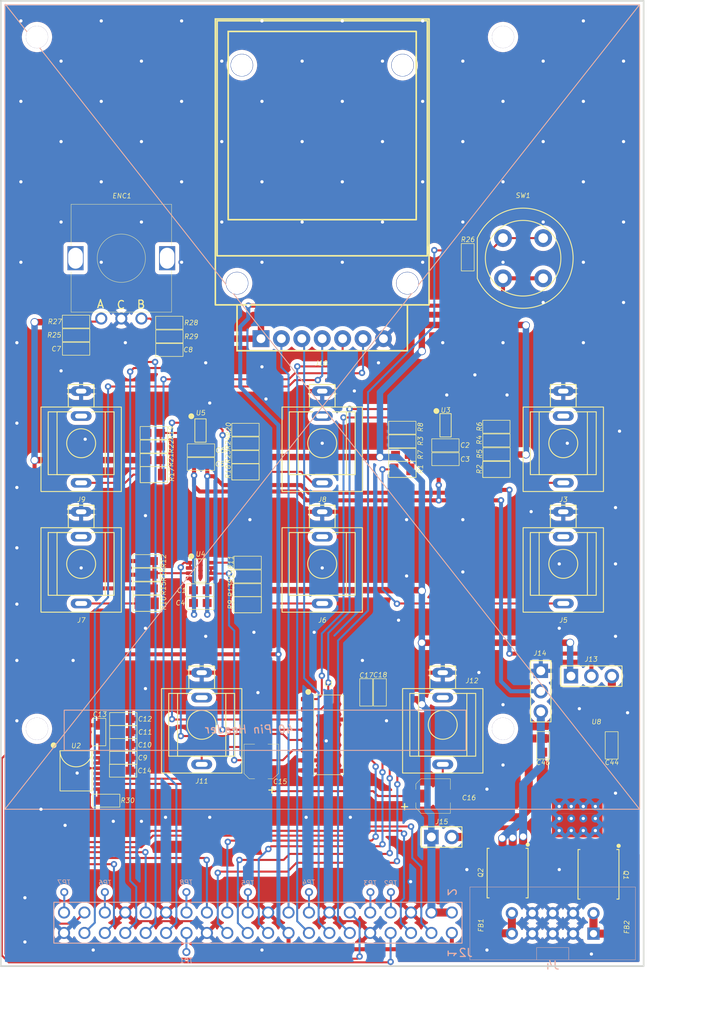
<source format=kicad_pcb>
(kicad_pcb (version 20211014) (generator pcbnew)
  (layers (0 "F.Cu" signal) (31 "B.Cu" signal) (34 "B.Paste" user) (35 "F.Paste" user) (36 "B.SilkS" user "B.Silkscreen") (37 "F.SilkS" user "F.Silkscreen") (38 "B.Mask" user) (39 "F.Mask" user) (44 "Edge.Cuts" user))
  (net 0 "")
  (net 1 "+12V")
  (net 2 "-12V")
  (net 3 "/GPIO_200")
  (net 4 "GND")
  (net 5 "/GPIO_38")
  (net 6 "+3V3")
  (net 7 "Net-(C13-Pad1)")
  (net 8 "Net-(C14-Pad2)")
  (net 9 "Net-(C15-Pad1)")
  (net 10 "Net-(C15-Pad2)")
  (net 11 "Net-(C16-Pad1)")
  (net 12 "Net-(C16-Pad2)")
  (net 13 "+5V")
  (net 14 "Net-(ENC1-Pad1)")
  (net 15 "Net-(ENC1-Pad3)")
  (net 16 "Net-(FB1-Pad1)")
  (net 17 "Net-(FB1-Pad2)")
  (net 18 "Net-(FB2-Pad1)")
  (net 19 "Net-(FB2-Pad2)")
  (net 20 "/I2C_2_SDA")
  (net 21 "/I2C_2_SCL")
  (net 22 "/AUDIO_MCLK")
  (net 23 "/GPIO_50")
  (net 24 "/I2S_4_SCLK")
  (net 25 "/SPI_2_SCK")
  (net 26 "/GPIO_194")
  (net 27 "/SPI_2_CS0")
  (net 28 "/SPI_1_MOSI")
  (net 29 "/SPI_1_MISO")
  (net 30 "/SPI_1_SCK")
  (net 31 "/SPI_1_CS0")
  (net 32 "/GPIO_19")
  (net 33 "/GPIO_149")
  (net 34 "/GPIO_168")
  (net 35 "/I2S_4_LRCLK")
  (net 36 "/SPI_2_MOSI")
  (net 37 "/I2S_4_SDIN")
  (net 39 "Net-(J3-Pad3)")
  (net 41 "Net-(J5-Pad3)")
  (net 43 "Net-(J6-Pad3)")
  (net 45 "Net-(J7-Pad3)")
  (net 47 "Net-(J8-Pad3)")
  (net 49 "Net-(J9-Pad3)")
  (net 52 "Net-(R1-Pad1)")
  (net 53 "Net-(R2-Pad1)")
  (net 54 "Net-(R11-Pad2)")
  (net 55 "Net-(R10-Pad1)")
  (net 56 "Net-(R17-Pad1)")
  (net 57 "Net-(R18-Pad1)")
  (net 58 "Net-(R30-Pad1)")
  (net 59 "/adc/ADC_IN0")
  (net 60 "/adc/ADC_IN1")
  (net 61 "/adc/ADC_IN2")
  (net 62 "/adc/ADC_IN3")
  (net 63 "/adc/ADC_IN4")
  (net 64 "/adc/ADC_IN5")
  (net 65 "Net-(C46-Pad1)")
  (net 66 "Net-(J2-Pad8)")
  (net 67 "Net-(J2-Pad10)")
  (net 68 "Net-(J2-Pad16)")
  (net 69 "Net-(J2-Pad22)")
  (net 70 "Net-(J2-Pad27)")
  (net 71 "Net-(J2-Pad28)")
  (net 72 "Net-(J2-Pad36)")
  (net 73 "Net-(J2-Pad40)")
  (net 74 "/cv_input/OPAMP_VDD")
  (net 75 "/cv_input/OPAMP_VSS")
  (footprint "resistors:SMD_0603[1608]" (layer "F.Cu") (at 69.965 93.07)
    (fp_text reference "R8")
    (fp_text value "100K_0603" hide)
  )
  (footprint "capacitors:SMD_0603[1608]" (layer "F.Cu") (at 35.245 129.2825)
    (fp_text reference "C12")
    (fp_text value "0.1uf_0603_10V" hide)
  )
  (footprint "capacitors:SMD_0603[1608]" (layer "F.Cu") (at 29.37 83.26)
    (fp_text reference "C7")
    (fp_text value "0.01uf_0603_50V" hide)
  )
  (footprint "resistors:SMD_0603[1608]" (layer "F.Cu") (at 38.14 113.045 180)
    (fp_text reference "R15")
    (fp_text value "100K_0603" hide)
  )
  (footprint "capacitors:SMD_0603[1608]" (layer "F.Cu") (at 75.33 95.25 180)
    (fp_text reference "C2")
    (fp_text value "0.1uf_0603_10V" hide)
  )
  (footprint "resistors:SMD_0603[1608]" (layer "F.Cu") (at 29.37 81.57 180)
    (fp_text reference "R25")
    (fp_text value "10K_0603_2" hide)
  )
  (footprint "dac:TSSOP-16" (layer "F.Cu") (at 29.37 135.725)
    (fp_text reference "U2")
    (fp_text value "AK4432" hide)
  )
  (footprint "connectors:03x01_2.54_pitch_pin_header" (layer "F.Cu") (at 87.2 125.83 -90)
    (fp_text reference "J14")
    (fp_text value "3x1_PIN_HEADER" hide)
  )
  (footprint "capacitors:SMD_0603[1608]" (layer "F.Cu") (at 40.98 83.41 180)
    (fp_text reference "C8")
    (fp_text value "0.01uf_0603_50V" hide)
  )
  (footprint "capacitors:SMD_0603[1608]" (layer "F.Cu") (at 32.27 130.9075 90)
    (fp_text reference "C13")
    (fp_text value "0.1uf_0603_10V" hide)
  )
  (footprint "capacitors:SMD_0603[1608]" (layer "F.Cu") (at 35.245 132.5075)
    (fp_text reference "C10")
    (fp_text value "0.1uf_0603_10V" hide)
  )
  (footprint "transistors:Power-56-8" (layer "F.Cu") (at 94.38 148.5875 180)
    (fp_text reference "Q1")
    (fp_text value "FDMS4435BZ " hide)
  )
  (footprint "display:PIMORONI_LCD_240x240" (layer "F.Cu") (at 60 82)
    (fp_text reference "J10")
    (fp_text value "PIM_LCD" hide)
  )
  (footprint "inductance_ferrite:FB_HZ0805" (layer "F.Cu") (at 96.26 155.01 -90)
    (fp_text reference "FB2")
    (fp_text value "FB_HZ0805" hide)
  )
  (footprint "resistors:SMD_0603[1608]" (layer "F.Cu") (at 50.45 93.325 180)
    (fp_text reference "R20")
    (fp_text value "402K_0603" hide)
  )
  (footprint "inductance_ferrite:FB_HZ0805" (layer "F.Cu") (at 81.2 154.95 -90)
    (fp_text reference "FB1")
    (fp_text value "FB_HZ0805" hide)
  )
  (footprint "capacitors:SMD_0603[1608]" (layer "F.Cu") (at 65.47 125.968 90)
    (fp_text reference "C17")
    (fp_text value "10uf_0603_25V" hide)
  )
  (footprint "resistors:SMD_0805[2012]" (layer "F.Cu") (at 50.45 98.56)
    (fp_text reference "R18")
    (fp_text value "8.06M_0805" hide)
  )
  (footprint "capacitors:SMD_0603[1608]" (layer "F.Cu") (at 87.5 132.55 -90)
    (fp_text reference "C46")
    (fp_text value "10uf_0603_25V" hide)
  )
  (footprint "resistors:SMD_0603[1608]" (layer "F.Cu") (at 29.36 79.88 180)
    (fp_text reference "R27")
    (fp_text value "10K_0603_2" hide)
  )
  (footprint "resistors:SMD_0603[1608]" (layer "F.Cu") (at 50.725 109.845 180)
    (fp_text reference "R11")
    (fp_text value "402K_0603" hide)
  )
  (footprint "connectors:03x01_2.54_pitch_pin_header" (layer "F.Cu") (at 93.5 123.95)
    (fp_text reference "J13")
    (fp_text value "3x1_PIN_HEADER" hide)
  )
  (footprint "resistors:SMD_0603[1608]" (layer "F.Cu") (at 39.04 97.1 180)
    (fp_text reference "R21")
    (fp_text value "100K_0603" hide)
  )
  (footprint "connectors:WQP419" (layer "F.Cu") (at 60 95 180)
    (fp_text reference "J8")
    (fp_text value "WQP419" hide)
  )
  (footprint "connectors:WQP419" (layer "F.Cu") (at 60 110 180)
    (fp_text reference "J6")
    (fp_text value "WQP419" hide)
  )
  (footprint "resistors:SMD_0603[1608]" (layer "F.Cu") (at 69.975 96.45 180)
    (fp_text reference "R7")
    (fp_text value "100K_0603" hide)
  )
  (footprint "resistors:SMD_0603[1608]" (layer "F.Cu") (at 33.12 139.4325)
    (fp_text reference "R30")
    (fp_text value "0_0603" hide)
  )
  (footprint "resistors:SMD_0805[2012]" (layer "F.Cu") (at 81.68 98.255)
    (fp_text reference "R2")
    (fp_text value "8.06M_0805" hide)
  )
  (footprint "converters:TO-252-3_ST" (layer "F.Cu") (at 91.74 135.65 180)
    (fp_text reference "U8")
    (fp_text value "LD29150DT50R" hide)
  )
  (footprint "connectors:WQP419" (layer "F.Cu") (at 90 95 180)
    (fp_text reference "J3")
    (fp_text value "WQP419" hide)
  )
  (footprint "connectors:02x01_2.54_pitch_pin_header" (layer "F.Cu") (at 74.85 143.95)
    (fp_text reference "J15")
    (fp_text value "2x1_PIN_HEADER" hide)
  )
  (footprint "resistors:SMD_0603[1608]" (layer "F.Cu") (at 69.965 94.76)
    (fp_text reference "R3")
    (fp_text value "402K_0603" hide)
  )
  (footprint "capacitors:SMD_0603[1608]" (layer "F.Cu") (at 44.9 97.58 180)
    (fp_text reference "C5")
    (fp_text value "10uf_0603_25V" hide)
  )
  (footprint "capacitors:WE_4mm_cap" (layer "F.Cu") (at 73.8 138.86 180)
    (fp_text reference "C16")
    (fp_text value "1uf_4.3mm_50V_POL_LP" hide)
  )
  (footprint "SOT:SOT23-8" (layer "F.Cu") (at 44.85 93.42)
    (fp_text reference "U5")
    (fp_text value "TLV9062" hide)
  )
  (footprint "connectors:WQP419" (layer "F.Cu") (at 30 95 180)
    (fp_text reference "J9")
    (fp_text value "WQP419" hide)
  )
  (footprint "resistors:SMD_0603[1608]" (layer "F.Cu") (at 50.725 111.555 180)
    (fp_text reference "R14")
    (fp_text value "100K_0603" hide)
  )
  (footprint "resistors:SMD_0603[1608]" (layer "F.Cu") (at 50.725 113.265)
    (fp_text reference "R13")
    (fp_text value "100K_0603" hide)
  )
  (footprint "resistors:SMD_0603[1608]" (layer "F.Cu") (at 78.11 71.88 -90)
    (fp_text reference "R26")
    (fp_text value "10K_0603" hide)
  )
  (footprint "resistors:SMD_0805[2012]" (layer "F.Cu") (at 38.15 114.9 180)
    (fp_text reference "R10")
    (fp_text value "8.06M_0805" hide)
  )
  (footprint "connectors:WQP419" (layer "F.Cu") (at 75 130 180)
    (fp_text reference "J12")
    (fp_text value "WQP419" hide)
  )
  (footprint "connectors:WQP419" (layer "F.Cu") (at 30 110 180)
    (fp_text reference "J7")
    (fp_text value "WQP419" hide)
  )
  (footprint "SOT:SOT23-8" (layer "F.Cu") (at 44.85 110.83)
    (fp_text reference "U4")
    (fp_text value "TLV9062" hide)
  )
  (footprint "resistors:SMD_0805[2012]" (layer "F.Cu") (at 69.975 98.25 180)
    (fp_text reference "R1")
    (fp_text value "8.06M_0805" hide)
  )
  (footprint "resistors:SMD_0603[1608]" (layer "F.Cu") (at 39.04 95.41)
    (fp_text reference "R22")
    (fp_text value "100K_0603" hide)
  )
  (footprint "capacitors:SMD_0603[1608]" (layer "F.Cu") (at 44.91 95.88 180)
    (fp_text reference "C6")
    (fp_text value "0.1uf_0603_10V" hide)
  )
  (footprint "capacitors:SMD_0603[1608]" (layer "F.Cu") (at 35.245 130.9075)
    (fp_text reference "C11")
    (fp_text value "10uf_0603_25V" hide)
  )
  (footprint "resistors:SMD_0603[1608]" (layer "F.Cu") (at 38.14 109.645)
    (fp_text reference "R12")
    (fp_text value "402K_0603" hide)
  )
  (footprint "encoders:BOURNS_ENCODER" (layer "F.Cu") (at 35 72)
    (fp_text reference "ENC1")
    (fp_text value "BOURNS_PEC11R_DET" hide)
  )
  (footprint "resistors:SMD_0805[2012]" (layer "F.Cu") (at 39.05 98.9 180)
    (fp_text reference "R17")
    (fp_text value "8.06M_0805" hide)
  )
  (footprint "resistors:SMD_0603[1608]" (layer "F.Cu") (at 40.97 80.02)
    (fp_text reference "R28")
    (fp_text value "10K_0603_2" hide)
  )
  (footprint "resistors:SMD_0603[1608]" (layer "F.Cu") (at 38.14 111.345)
    (fp_text reference "R16")
    (fp_text value "100K_0603" hide)
  )
  (footprint "resistors:SMD_0603[1608]" (layer "F.Cu") (at 39.04 93.72)
    (fp_text reference "R19")
    (fp_text value "402K_0603" hide)
  )
  (footprint "resistors:SMD_0603[1608]" (layer "F.Cu") (at 40.98 81.72 180)
    (fp_text reference "R29")
    (fp_text value "10K_0603_2" hide)
  )
  (footprint "adc:SOIC-16" (layer "F.Cu") (at 60.8 131.25)
    (fp_text reference "U1")
    (fp_text value "MCP3208" hide)
  )
  (footprint "resistors:SMD_0603[1608]" (layer "F.Cu") (at 81.675 92.95 180)
    (fp_text reference "R6")
    (fp_text value "100K_0603" hide)
  )
  (footprint "capacitors:SMD_0603[1608]" (layer "F.Cu") (at 44.83 113.275 180)
    (fp_text reference "C1")
    (fp_text value "10uf_0603_25V" hide)
  )
  (footprint "capacitors:SMD_0603[1608]" (layer "F.Cu") (at 67.18 125.968 90)
    (fp_text reference "C18")
    (fp_text value "0.1uf_0603_10V" hide)
  )
  (footprint "resistors:SMD_0603[1608]" (layer "F.Cu") (at 50.44 96.715)
    (fp_text reference "R23")
    (fp_text value "100K_0603" hide)
  )
  (footprint "capacitors:WE_4mm_cap" (layer "F.Cu") (at 52.42 134.56 -90)
    (fp_text reference "C15")
    (fp_text value "1uf_4.3mm_50V_POL_LP" hide)
  )
  (footprint "transistors:Power-56-8" (layer "F.Cu") (at 83.07 148.4375 180)
    (fp_text reference "Q2")
    (fp_text value "FDMS0312S " hide)
  )
  (footprint "capacitors:SMD_0603[1608]" (layer "F.Cu") (at 35.22 135.7075 180)
    (fp_text reference "C14")
    (fp_text value "2.2uf_0603_10V" hide)
  )
  (footprint "capacitors:SMD_0603[1608]" (layer "F.Cu") (at 44.83 114.86 180)
    (fp_text reference "C4")
    (fp_text value "0.1uf_0603_10V" hide)
  )
  (footprint "switches:D6R" (layer "F.Cu") (at 85 72)
    (fp_text reference "SW1")
    (fp_text value "D6R")
  )
  (footprint "capacitors:SMD_0603[1608]" (layer "F.Cu") (at 35.245 134.1075)
    (fp_text reference "C9")
    (fp_text value "10uf_0603_25V" hide)
  )
  (footprint "resistors:SMD_0603[1608]" (layer "F.Cu") (at 81.685 94.65 180)
    (fp_text reference "R4")
    (fp_text value "402K_0603" hide)
  )
  (footprint "SOT:SOT23-8" (layer "F.Cu") (at 75.35 92.77)
    (fp_text reference "U3")
    (fp_text value "TLV9062" hide)
  )
  (footprint "resistors:SMD_0603[1608]" (layer "F.Cu") (at 50.45 95.025 180)
    (fp_text reference "R24")
    (fp_text value "100K_0603" hide)
  )
  (footprint "resistors:SMD_0805[2012]" (layer "F.Cu") (at 50.725 115.075)
    (fp_text reference "R9")
    (fp_text value "8.06M_0805" hide)
  )
  (footprint "resistors:SMD_0603[1608]" (layer "F.Cu") (at 81.695 96.36)
    (fp_text reference "R5")
    (fp_text value "100K_0603" hide)
  )
  (footprint "capacitors:SMD_0603[1608]" (layer "F.Cu") (at 96.02 132.56 -90)
    (fp_text reference "C44")
    (fp_text value "0.33uf_0603_25V" hide)
  )
  (footprint "capacitors:SMD_0603[1608]" (layer "F.Cu") (at 75.34 96.98 180)
    (fp_text reference "C3")
    (fp_text value "10uf_0603_25V" hide)
  )
  (footprint "connectors:WQP419" (layer "F.Cu") (at 45 130 180)
    (fp_text reference "J11")
    (fp_text value "WQP419" hide)
  )
  (footprint "connectors:WQP419" (layer "F.Cu") (at 90 110 180)
    (fp_text reference "J5")
    (fp_text value "WQP419" hide)
  )
  (footprint "misc:test_point_0.6mm" (layer "B.Cu") (at 43.1 158.25 180)
    (fp_text reference "TP1")
    (fp_text value "test_point_TH_Small" hide)
  )
  (footprint "misc:test_point_0.6mm" (layer "B.Cu") (at 43.1 150.8)
    (fp_text reference "TP8")
    (fp_text value "test_point_TH_Small" hide)
  )
  (footprint "misc:test_point_0.6mm" (layer "B.Cu") (at 58.35 150.8)
    (fp_text reference "TP4")
    (fp_text value "test_point_TH_Small" hide)
  )
  (footprint "connectors:05x02_2.54_pitch_pin_header" (layer "B.Cu") (at 88.68 154.69 180)
    (fp_text reference "J4")
    (fp_text value "10_POS_PIN_HEADER_ALT" hide)
  )
  (footprint "singleBoardComp:jetsonNanoDev" (layer "B.Cu") (at 82.5 44.5 -90)
    (fp_text reference "JN1" hide)
    (fp_text value "JetsonNano")
  )
  (footprint "misc:test_point_0.6mm" (layer "B.Cu") (at 66 150.8)
    (fp_text reference "TP3")
    (fp_text value "test_point_TH_Small" hide)
  )
  (footprint "connectors:40_POS_2.54mm" (layer "B.Cu") (at 52 154.605 90)
    (fp_text reference "J2")
    (fp_text value "40_POS_Header" hide)
  )
  (footprint "misc:test_point_0.6mm" (layer "B.Cu") (at 68.55 150.8)
    (fp_text reference "TP2")
    (fp_text value "test_point_TH_Small" hide)
  )
  (footprint "misc:test_point_0.6mm" (layer "B.Cu") (at 32.95 150.8)
    (fp_text reference "TP6")
    (fp_text value "test_point_TH_Small" hide)
  )
  (footprint "misc:test_point_0.6mm" (layer "B.Cu") (at 27.9 150.8)
    (fp_text reference "TP7")
    (fp_text value "test_point_TH_Small" hide)
  )
  (footprint "misc:test_point_0.6mm" (layer "B.Cu") (at 50.75 150.8)
    (fp_text reference "TP5")
    (fp_text value "test_point_TH_Small" hide)
  )
  (gr_rect (start 20 40) (end 100 160) (layer "Edge.Cuts") (width 0.2) (fill none))
  (segment (start 96.02 131.71) (end 97.81 131.71) (width 1) (layer "F.Cu") (net 1))
  (segment (start 96.01 131.7) (end 96.02 131.71) (width 1) (layer "F.Cu") (net 1))
  (segment (start 95.015 145.9175) (end 96.285 145.9175) (width 1) (layer "F.Cu") (net 1))
  (segment (start 97.81 131.71) (end 98.4 132.3) (width 1) (layer "F.Cu") (net 1))
  (segment (start 97.9675 145.9175) (end 96.285 145.9175) (width 1) (layer "F.Cu") (net 1))
  (segment (start 98.4 145.55) (end 98 145.95) (width 1) (layer "F.Cu") (net 1))
  (segment (start 93.745 145.9175) (end 95.015 145.9175) (width 1) (layer "F.Cu") (net 1))
  (segment (start 96.04 123.95) (end 96.04 131.69) (width 1) (layer "F.Cu") (net 1))
  (segment (start 94.026 131.7) (end 96.01 131.7) (width 1) (layer "F.Cu") (net 1))
  (segment (start 98.4 132.3) (end 98.4 145.55) (width 1) (layer "F.Cu") (net 1))
  (segment (start 96.04 131.69) (end 96.02 131.71) (width 1) (layer "F.Cu") (net 1))
  (segment (start 98 145.95) (end 97.9675 145.9175) (width 1) (layer "F.Cu") (net 1))
  (segment (start 82.435 145.7675) (end 82.435 144.135) (width 1) (layer "F.Cu") (net 2))
  (segment (start 83.705 145.7675) (end 84.975 145.7675) (width 1) (layer "F.Cu") (net 2))
  (segment (start 82.435 144.135) (end 82.4 144.1) (width 1) (layer "F.Cu") (net 2))
  (segment (start 83.705 145.7675) (end 83.705 144.055) (width 1) (layer "F.Cu") (net 2))
  (segment (start 82.435 145.7675) (end 83.705 145.7675) (width 1) (layer "F.Cu") (net 2))
  (segment (start 85 143.9) (end 85 145.7425) (width 1) (layer "F.Cu") (net 2))
  (segment (start 83.705 144.055) (end 83.7 144.05) (width 1) (layer "F.Cu") (net 2))
  (segment (start 85 145.7425) (end 84.975 145.7675) (width 1) (layer "F.Cu") (net 2))
  (via (at 82.4 144.1) (size 1) (drill 0.8) (layers "F.Cu" "B.Cu") (net 2))
  (via (at 83.7 144.05) (size 1) (drill 0.8) (layers "F.Cu" "B.Cu") (net 2))
  (via (at 85 143.9) (size 1) (drill 0.8) (layers "F.Cu" "B.Cu") (net 2))
  (segment (start 84.6 142) (end 85 142) (width 1) (layer "B.Cu") (net 2))
  (segment (start 83.55 142.95) (end 83.65 142.95) (width 1) (layer "B.Cu") (net 2))
  (segment (start 85 142) (end 85 143.85) (width 1) (layer "B.Cu") (net 2))
  (segment (start 82.4 144.1) (end 83.55 142.95) (width 1) (layer "B.Cu") (net 2))
  (segment (start 85 143.85) (end 85 143.9) (width 1) (layer "B.Cu") (net 2))
  (segment (start 87.2 135.2) (end 87.2 128.37) (width 1) (layer "B.Cu") (net 2))
  (segment (start 83.7 143) (end 83.65 142.95) (width 1) (layer "B.Cu") (net 2))
  (segment (start 83.65 142.95) (end 84.6 142) (width 1) (layer "B.Cu") (net 2))
  (segment (start 85 142) (end 85 137.4) (width 1) (layer "B.Cu") (net 2))
  (segment (start 85 137.4) (end 87.2 135.2) (width 1) (layer "B.Cu") (net 2))
  (segment (start 83.7 144.05) (end 83.7 143) (width 1) (layer "B.Cu") (net 2))
  (segment (start 39.2 84.9) (end 28.9 84.9) (width 0.25) (layer "F.Cu") (net 3))
  (segment (start 28.52 81.57) (end 28.52 83.26) (width 0.25) (layer "F.Cu") (net 3))
  (segment (start 28.52 84.52) (end 28.52 83.26) (width 0.25) (layer "F.Cu") (net 3))
  (segment (start 28.9 84.9) (end 28.52 84.52) (width 0.25) (layer "F.Cu") (net 3))
  (via (at 39.2 84.9) (size 0.8) (drill 0.4) (layers "F.Cu" "B.Cu") (net 3))
  (segment (start 39.25 84.95) (end 39.2 84.9) (width 0.25) (layer "B.Cu") (net 3))
  (segment (start 39.25 154.655) (end 39.25 84.95) (width 0.25) (layer "B.Cu") (net 3))
  (segment (start 38.03 155.875) (end 39.25 154.655) (width 0.25) (layer "B.Cu") (net 3))
  (segment (start 44.185 154.41) (end 45.65 155.875) (width 0.25) (layer "F.Cu") (net 4))
  (segment (start 64.505 154.41) (end 65.97 155.875) (width 0.25) (layer "F.Cu") (net 4))
  (segment (start 36.565 154.41) (end 44.185 154.41) (width 0.25) (layer "F.Cu") (net 4))
  (segment (start 32.27 135.4) (end 31.06 135.4) (width 0.25) (layer "F.Cu") (net 4))
  (segment (start 30.68 135.02) (end 30.68 130.32) (width 0.25) (layer "F.Cu") (net 4))
  (segment (start 30.68 130.32) (end 30.9425 130.0575) (width 0.25) (layer "F.Cu") (net 4))
  (segment (start 60.89 153.335) (end 61.965 154.41) (width 0.25) (layer "F.Cu") (net 4))
  (segment (start 31.06 135.4) (end 30.68 135.02) (width 0.25) (layer "F.Cu") (net 4))
  (segment (start 61.965 154.41) (end 64.505 154.41) (width 0.25) (layer "F.Cu") (net 4))
  (segment (start 30.9425 130.0575) (end 32.27 130.0575) (width 0.25) (layer "F.Cu") (net 4))
  (segment (start 35.49 153.335) (end 36.565 154.41) (width 0.25) (layer "F.Cu") (net 4))
  (via (at 77.5 111) (size 0.8) (drill 0.4) (layers "F.Cu" "B.Cu") (net 4))
  (via (at 31.5 158) (size 0.8) (drill 0.4) (layers "F.Cu" "B.Cu") (net 4))
  (via (at 79.5 123.5) (size 0.8) (drill 0.4) (layers "F.Cu" "B.Cu") (net 4))
  (via (at 69.5 117) (size 0.8) (drill 0.4) (layers "F.Cu" "B.Cu") (net 4))
  (via (at 32.5 42.5) (size 0.8) (drill 0.4) (layers "F.Cu" "B.Cu") (net 4))
  (via (at 68 129.5) (size 0.8) (drill 0.4) (layers "F.Cu" "B.Cu") (net 4))
  (via (at 97.5 47.5) (size 0.8) (drill 0.4) (layers "F.Cu" "B.Cu") (net 4))
  (via (at 92.5 42.5) (size 0.8) (drill 0.4) (layers "F.Cu" "B.Cu") (net 4))
  (via (at 98 128.5) (size 0.8) (drill 0.4) (layers "F.Cu" "B.Cu") (net 4))
  (via (at 83 89) (size 0.8) (drill 0.4) (layers "F.Cu" "B.Cu") (net 4))
  (via (at 72.5 42.5) (size 0.8) (drill 0.4) (layers "F.Cu" "B.Cu") (net 4))
  (via (at 35.5 82.5) (size 0.8) (drill 0.4) (layers "F.Cu" "B.Cu") (net 4))
  (via (at 67.5 57.5) (size 0.8) (drill 0.4) (layers "F.Cu" "B.Cu") (net 4))
  (via (at 52.5 158) (size 0.8) (drill 0.4) (layers "F.Cu" "B.Cu") (net 4))
  (via (at 46 141.5) (size 0.8) (drill 0.4) (layers "F.Cu" "B.Cu") (net 4))
  (via (at 28 142.5) (size 0.8) (drill 0.4) (layers "F.Cu" "B.Cu") (net 4))
  (via (at 89.5 118) (size 0.8) (drill 0.4) (layers "F.Cu" "B.Cu") (net 4))
  (via (at 60.5 132) (size 0.8) (drill 0.4) (layers "F.Cu" "B.Cu") (net 4))
  (via (at 32.5 72.5) (size 0.8) (drill 0.4) (layers "F.Cu" "B.Cu") (net 4))
  (via (at 22 115) (size 0.8) (drill 0.4) (layers "F.Cu" "B.Cu") (net 4))
  (via (at 97 93.5) (size 0.8) (drill 0.4) (layers "F.Cu" "B.Cu") (net 4))
  (via (at 87.5 77.5) (size 0.8) (drill 0.4) (layers "F.Cu" "B.Cu") (net 4))
  (via (at 67 85) (size 0.8) (drill 0.4) (layers "F.Cu" "B.Cu") (net 4))
  (via (at 32.5 52.5) (size 0.8) (drill 0.4) (layers "F.Cu" "B.Cu") (net 4))
  (via (at 46 90) (size 0.8) (drill 0.4) (layers "F.Cu" "B.Cu") (net 4))
  (via (at 70.5 104.5) (size 0.8) (drill 0.4) (layers "F.Cu" "B.Cu") (net 4))
  (via (at 92.5 82.5) (size 0.8) (drill 0.4) (layers "F.Cu" "B.Cu") (net 4))
  (via (at 52.5 52.5) (size 0.8) (drill 0.4) (layers "F.Cu" "B.Cu") (net 4))
  (via (at 29.5 136) (size 0.8) (drill 0.4) (layers "F.Cu" "B.Cu") (net 4))
  (via (at 51 104.5) (size 0.8) (drill 0.4) (layers "F.Cu" "B.Cu") (net 4))
  (via (at 97.5 57.5) (size 0.8) (drill 0.4) (layers "F.Cu" "B.Cu") (net 4))
  (via (at 89.5 110) (size 0.8) (drill 0.4) (layers "F.Cu" "B.Cu") (net 4))
  (via (at 87.5 67.5) (size 0.8) (drill 0.4) (layers "F.Cu" "B.Cu") (net 4))
  (via (at 45.5 85) (size 0.8) (drill 0.4) (layers "F.Cu" "B.Cu") (net 4))
  (via (at 62.5 62.5) (size 0.8) (drill 0.4) (layers "F.Cu" "B.Cu") (net 4))
  (via (at 47.5 67.5) (size 0.8) (drill 0.4) (layers "F.Cu" "B.Cu") (net 4))
  (via (at 47.5 57.5) (size 0.8) (drill 0.4) (layers "F.Cu" "B.Cu") (net 4))
  (via (at 52 126) (size 0.8) (drill 0.4) (layers "F.Cu" "B.Cu") (net 4))
  (via (at 86 103.5) (size 0.8) (drill 0.4) (layers "F.Cu" "B.Cu") (net 4))
  (via (at 67.5 67.5) (size 0.8) (drill 0.4) (layers "F.Cu" "B.Cu") (net 4))
  (via (at 78 148) (size 0.8) (drill 0.4) (layers "F.Cu" "B.Cu") (net 4))
  (via (at 77.5 104.5) (size 0.8) (drill 0.4) (layers "F.Cu" "B.Cu") (net 4))
  (via (at 22 108) (size 0.8) (drill 0.4) (layers "F.Cu" "B.Cu") (net 4))
  (via (at 37.5 57.5) (size 0.8) (drill 0.4) (layers "F.Cu" "B.Cu") (net 4))
  (via (at 93.5 158.5) (size 0.8) (drill 0.4) (layers "F.Cu" "B.Cu") (net 4))
  (via (at 72.5 52.5) (size 0.8) (drill 0.4) (layers "F.Cu" "B.Cu") (net 4))
  (via (at 62.5 52.5) (size 0.8) (drill 0.4) (layers "F.Cu" "B.Cu") (net 4))
  (via (at 52.5 85.5) (size 0.8) (drill 0.4) (layers "F.Cu" "B.Cu") (net 4))
  (via (at 62.5 72.5) (size 0.8) (drill 0.4) (layers "F.Cu" "B.Cu") (net 4))
  (via (at 25 140.5) (size 0.8) (drill 0.4) (layers "F.Cu" "B.Cu") (net 4))
  (via (at 63.5 141.5) (size 0.8) (drill 0.4) (layers "F.Cu" "B.Cu") (net 4))
  (via (at 22 100.5) (size 0.8) (drill 0.4) (layers "F.Cu" "B.Cu") (net 4))
  (via (at 58 141.5) (size 0.8) (drill 0.4) (layers "F.Cu" "B.Cu") (net 4))
  (via (at 70.5 111.5) (size 0.8) (drill 0.4) (layers "F.Cu" "B.Cu") (net 4))
  (via (at 89.5 148) (size 0.8) (drill 0.4) (layers "F.Cu" "B.Cu") (net 4))
  (via (at 57.5 67.5) (size 0.8) (drill 0.4) (layers "F.Cu" "B.Cu") (net 4))
  (via (at 22 122) (size 0.8) (drill 0.4) (layers "F.Cu" "B.Cu") (net 4))
  (via (at 37.5 47.5) (size 0.8) (drill 0.4) (layers "F.Cu" "B.Cu") (net 4))
  (via (at 96.5 138.5) (size 0.8) (drill 0.4) (layers "F.Cu" "B.Cu") (net 4))
  (via (at 27.5 57.5) (size 0.8) (drill 0.4) (layers "F.Cu" "B.Cu") (net 4))
  (via (at 38 104) (size 0.8) (drill 0.4) (layers "F.Cu" "B.Cu") (net 4))
  (via (at 96.5 110) (size 0.8) (drill 0.4) (layers "F.Cu" "B.Cu") (net 4))
  (via (at 96.5 103) (size 0.8) (drill 0.4) (layers "F.Cu" "B.Cu") (net 4))
  (via (at 92 128) (size 0.8) (drill 0.4) (layers "F.Cu" "B.Cu") (net 4))
  (via (at 42.5 52.5) (size 0.8) (drill 0.4) (layers "F.Cu" "B.Cu") (net 4))
  (via (at 92.5 72.5) (size 0.8) (drill 0.4) (layers "F.Cu" "B.Cu") (net 4))
  (via (at 62.5 42.5) (size 0.8) (drill 0.4) (layers "F.Cu" "B.Cu") (net 4))
  (via (at 97.5 67.5) (size 0.8) (drill 0.4) (layers "F.Cu" "B.Cu") (net 4))
  (via (at 52.5 72.5) (size 0.8) (drill 0.4) (layers "F.Cu" "B.Cu") (net 4))
  (via (at 30.5 94.5) (size 0.8) (drill 0.4) (layers "F.Cu" "B.Cu") (net 4))
  (via (at 96.5 119) (size 0.8) (drill 0.4) (layers "F.Cu" "B.Cu") (net 4))
  (via (at 64 88.5) (size 0.8) (drill 0.4) (layers "F.Cu" "B.Cu") (net 4))
  (via (at 53 89.5) (size 0.8) (drill 0.4) (layers "F.Cu" "B.Cu") (net 4))
  (via (at 23 151.5) (size 0.8) (drill 0.4) (layers "F.Cu" "B.Cu") (net 4))
  (via (at 34 142) (size 0.8) (drill 0.4) (layers "F.Cu" "B.Cu") (net 4))
  (via (at 60 95) (size 0.8) (drill 0.4) (layers "F.Cu" "B.Cu") (net 4))
  (via (at 52.5 42.5) (size 0.8) (drill 0.4) (layers "F.Cu" "B.Cu") (net 4))
  (via (at 22 129.5) (size 0.8) (drill 0.4) (layers "F.Cu" "B.Cu") (net 4))
  (via (at 22.5 62.5) (size 0.8) (drill 0.4) (layers "F.Cu" "B.Cu") (net 4))
  (via (at 42.5 72.5) (size 0.8) (drill 0.4) (layers "F.Cu" "B.Cu") (net 4))
  (via (at 57.5 47.5) (size 0.8) (drill 0.4) (layers "F.Cu" "B.Cu") (net 4))
  (via (at 42.5 42.5) (size 0.8) (drill 0.4) (layers "F.Cu" "B.Cu") (net 4))
  (via (at 30 110.5) (size 0.8) (drill 0.4) (layers "F.Cu" "B.Cu") (net 4))
  (via (at 27.5 86) (size 0.8) (drill 0.4) (layers "F.Cu" "B.Cu") (net 4))
  (via (at 52.5 62.5) (size 0.8) (drill 0.4) (layers "F.Cu" "B.Cu") (net 4))
  (via (at 37.5 67.5) (size 0.8) (drill 0.4) (layers "F.Cu" "B.Cu") (net 4))
  (via (at 27.5 67.5) (size 0.8) (drill 0.4) (layers "F.Cu" "B.Cu") (net 4))
  (via (at 75.5 89) (size 0.8) (drill 0.4) (layers "F.Cu" "B.Cu") (net 4))
  (via (at 32.5 62.5) (size 0.8) (drill 0.4) (layers "F.Cu" "B.Cu") (net 4))
  (via (at 80.5 158) (size 0.8) (drill 0.4) (layers "F.Cu" "B.Cu") (net 4))
  (via (at 71 149.5) (size 0.8) (drill 0.4) (layers "F.Cu" "B.Cu") (net 4))
  (via (at 22 92.5) (size 0.8) (drill 0.4) (layers "F.Cu" "B.Cu") (net 4))
  (via (at 92.5 62.5) (size 0.8) (drill 0.4) (layers "F.Cu" "B.Cu") (net 4))
  (via (at 77.5 67.5) (size 0.8) (drill 0.4) (layers "F.Cu" "B.Cu") (net 4))
  (via (at 97.5 77.5) (size 0.8) (drill 0.4) (layers "F.Cu" "B.Cu") (net 4))
  (via (at 90.5 95) (size 0.8) (drill 0.4) (layers "F.Cu" "B.Cu") (net 4))
  (via (at 59 118.5) (size 0.8) (drill 0.4) (layers "F.Cu" "B.Cu") (net 4))
  (via (at 22.5 72.5) (size 0.8) (drill 0.4) (layers "F.Cu" "B.Cu") (net 4))
  (via (at 79 86.5) (size 0.8) (drill 0.4) (layers "F.Cu" "B.Cu") (net 4))
  (via (at 37.5 142) (size 0.8) (drill 0.4) (layers "F.Cu" "B.Cu") (net 4))
  (via (at 82.5 72.5) (size 0.8) (drill 0.4) (layers "F.Cu" "B.Cu") (net 4))
  (via (at 38 118) (size 0.8) (drill 0.4) (layers "F.Cu" "B.Cu") (net 4))
  (via (at 82.5 62.5) (size 0.8) (drill 0.4) (layers "F.Cu" "B.Cu") (net 4))
  (via (at 45.5 119) (size 0.8) (drill 0.4) (layers "F.Cu" "B.Cu") (net 4))
  (via (at 22.5 42.5) (size 0.8) (drill 0.4) (layers "F.Cu" "B.Cu") (net 4))
  (via (at 87.5 47.5) (size 0.8) (drill 0.4) (layers "F.Cu" "B.Cu") (net 4))
  (via (at 40.5 141.5) (size 0.8) (drill 0.4) (layers "F.Cu" "B.Cu") (net 4))
  (via (at 77.5 57.5) (size 0.8) (drill 0.4) (layers "F.Cu" "B.Cu") (net 4))
  (via (at 47.5 47.5) (size 0.8) (drill 0.4) (layers "F.Cu" "B.Cu") (net 4))
  (via (at 75 82.5) (size 0.8) (drill 0.4) (layers "F.Cu" "B.Cu") (net 4))
  (via (at 38 125.5) (size 0.8) (drill 0.4) (layers "F.Cu" "B.Cu") (net 4))
  (via (at 60 110.5) (size 0.8) (drill 0.4) (layers "F.Cu" "B.Cu") (net 4))
  (via (at 87.5 57.5) (size 0.8) (drill 0.4) (layers "F.Cu" "B.Cu") (net 4))
  (via (at 77.5 47.5) (size 0.8) (drill 0.4) (layers "F.Cu" "B.Cu") (net 4))
  (via (at 92.5 52.5) (size 0.8) (drill 0.4) (layers "F.Cu" "B.Cu") (net 4))
  (via (at 22 82.5) (size 0.8) (drill 0.4) (layers "F.Cu" "B.Cu") (net 4))
  (via (at 82.5 135) (size 0.8) (drill 0.4) (layers "F.Cu" "B.Cu") (net 4))
  (via (at 80.5 138) (size 0.8) (drill 0.4) (layers "F.Cu" "B.Cu") (net 4))
  (via (at 72.5 62.5) (size 0.8) (drill 0.4) (layers "F.Cu" "B.Cu") (net 4))
  (via (at 23 157) (size 0.8) (drill 0.4) (layers "F.Cu" "B.Cu") (net 4))
  (via (at 82.5 52.5) (size 0.8) (drill 0.4) (layers "F.Cu" "B.Cu") (net 4))
  (via (at 82.5 127.5) (size 0.8) (drill 0.4) (layers "F.Cu" "B.Cu") (net 4))
  (via (at 22.5 52.5) (size 0.8) (drill 0.4) (layers "F.Cu" "B.Cu") (net 4))
  (via (at 29 122) (size 0.8) (drill 0.4) (layers "F.Cu" "B.Cu") (net 4))
  (via (at 27.5 47.5) (size 0.8) (drill 0.4) (layers "F.Cu" "B.Cu") (net 4))
  (via (at 82.5 82.5) (size 0.8) (drill 0.4) (layers "F.Cu" "B.Cu") (net 4))
  (via (at 51.5 118.5) (size 0.8) (drill 0.4) (layers "F.Cu" "B.Cu") (net 4))
  (via (at 65 122) (size 0.8) (drill 0.4) (layers "F.Cu" "B.Cu") (net 4))
  (via (at 67.5 47.5) (size 0.8) (drill 0.4) (layers "F.Cu" "B.Cu") (net 4))
  (via (at 57.5 57.5) (size 0.8) (drill 0.4) (layers "F.Cu" "B.Cu") (net 4))
  (via (at 72.5 72.5) (size 0.8) (drill 0.4) (layers "F.Cu" "B.Cu") (net 4))
  (via (at 42.5 62.5) (size 0.8) (drill 0.4) (layers "F.Cu" "B.Cu") (net 4))
  (segment (start 41.83 81.72) (end 41.83 83.41) (width 0.25) (layer "F.Cu") (net 5))
  (segment (start 36.55 85.65) (end 41.05 85.65) (width 0.25) (layer "F.Cu") (net 5))
  (segment (start 41.83 83.41) (end 41.83 84.87) (width 0.25) (layer "F.Cu") (net 5))
  (segment (start 41.05 85.65) (end 41.83 84.87) (width 0.25) (layer "F.Cu") (net 5))
  (segment (start 36.55 85.65) (end 36.1 86.1) (width 0.25) (layer "F.Cu") (net 5))
  (via (at 36.1 86.1) (size 0.8) (drill 0.4) (layers "F.Cu" "B.Cu") (net 5))
  (segment (start 36.85 154.515) (end 35.49 155.875) (width 0.25) (layer "B.Cu") (net 5))
  (segment (start 36.85 150.15) (end 36.85 154.515) (width 0.25) (layer "B.Cu") (net 5))
  (segment (start 36.1 86.1) (end 36.1 149.4) (width 0.25) (layer "B.Cu") (net 5))
  (segment (start 36.1 149.4) (end 36.85 150.15) (width 0.25) (layer "B.Cu") (net 5))
  (segment (start 50.8 77.9) (end 82.2 77.9) (width 0.5) (layer "F.Cu") (net 6))
  (segment (start 76.15 157.5) (end 76.13 157.48) (width 0.5) (layer "F.Cu") (net 6))
  (segment (start 34.395 130.9075) (end 34.395 132.5075) (width 0.25) (layer "F.Cu") (net 6))
  (segment (start 34.3875 134.1) (end 34.395 134.1075) (width 0.25) (layer "F.Cu") (net 6))
  (segment (start 34.88 121.24) (end 54.55 121.24) (width 0.5) (layer "F.Cu") (net 6))
  (segment (start 32.27 134.1) (end 34.3875 134.1) (width 0.25) (layer "F.Cu") (net 6))
  (segment (start 55.81 155.875) (end 55.81 157.36) (width 0.5) (layer "F.Cu") (net 6))
  (segment (start 76.13 157.48) (end 76.13 155.875) (width 0.5) (layer "F.Cu") (net 6))
  (segment (start 34.395 129.2825) (end 34.395 121.725) (width 0.5) (layer "F.Cu") (net 6))
  (segment (start 87.5 74.5) (end 82.5 74.5) (width 0.5) (layer "F.Cu") (net 6))
  (segment (start 34.395 121.725) (end 34.88 121.24) (width 0.5) (layer "F.Cu") (net 6))
  (segment (start 56.35 157.9) (end 75.75 157.9) (width 0.5) (layer "F.Cu") (net 6))
  (segment (start 82.2 77.9) (end 82.5 77.6) (width 0.5) (layer "F.Cu") (net 6))
  (segment (start 75.75 157.9) (end 76.15 157.5) (width 0.5) (layer "F.Cu") (net 6))
  (segment (start 55.81 157.36) (end 56.35 157.9) (width 0.5) (layer "F.Cu") (net 6))
  (segment (start 34.395 132.5075) (end 34.395 134.1075) (width 0.25) (layer "F.Cu") (net 6))
  (segment (start 82.5 77.6) (end 82.5 74.5) (width 0.5) (layer "F.Cu") (net 6))
  (segment (start 32.27 134.75) (end 32.27 134.1) (width 0.25) (layer "F.Cu") (net 6))
  (segment (start 34.395 129.2825) (end 34.395 130.9075) (width 0.25) (layer "F.Cu") (net 6))
  (via (at 50.8 77.9) (size 0.8) (drill 0.4) (layers "F.Cu" "B.Cu") (net 6))
  (via (at 54.55 121.24) (size 0.8) (drill 0.4) (layers "F.Cu" "B.Cu") (net 6))
  (segment (start 54.55 121.24) (end 54.55 154.615) (width 0.5) (layer "B.Cu") (net 6))
  (segment (start 49.8 88) (end 54.55 92.75) (width 0.5) (layer "B.Cu") (net 6))
  (segment (start 54.55 92.75) (end 54.55 121.24) (width 0.5) (layer "B.Cu") (net 6))
  (segment (start 50.8 79.5) (end 50.8 77.9) (width 0.5) (layer "B.Cu") (net 6))
  (segment (start 49.8 88) (end 49.8 80.5) (width 0.5) (layer "B.Cu") (net 6))
  (segment (start 54.55 154.615) (end 55.81 155.875) (width 0.5) (layer "B.Cu") (net 6))
  (segment (start 49.8 80.5) (end 50.8 79.5) (width 0.5) (layer "B.Cu") (net 6))
  (segment (start 32.27 133.45) (end 32.27 131.7575) (width 0.25) (layer "F.Cu") (net 7))
  (segment (start 34.0275 136.05) (end 34.37 135.7075) (width 0.25) (layer "F.Cu") (net 8))
  (segment (start 32.27 136.05) (end 34.0275 136.05) (width 0.25) (layer "F.Cu") (net 8))
  (segment (start 45.59 132.76) (end 52.42 132.76) (width 0.25) (layer "F.Cu") (net 9))
  (segment (start 45 133.35) (end 45.59 132.76) (width 0.25) (layer "F.Cu") (net 9))
  (segment (start 45 134.92) (end 45 133.35) (width 0.25) (layer "F.Cu") (net 9))
  (segment (start 32.27 136.7) (end 52.08 136.7) (width 0.25) (layer "F.Cu") (net 10))
  (segment (start 52.08 136.7) (end 52.42 136.36) (width 0.25) (layer "F.Cu") (net 10))
  (segment (start 75 136.85) (end 75.6 137.45) (width 0.25) (layer "F.Cu") (net 11))
  (segment (start 75.6 137.45) (end 75.6 138.86) (width 0.25) (layer "F.Cu") (net 11))
  (segment (start 75 134.92) (end 75 136.85) (width 0.25) (layer "F.Cu") (net 11))
  (segment (start 66.95 138.86) (end 72 138.86) (width 0.25) (layer "F.Cu") (net 12))
  (segment (start 32.27 137.35) (end 49.69 137.35) (width 0.25) (layer "F.Cu") (net 12))
  (segment (start 49.69 137.35) (end 50.59 138.25) (width 0.25) (layer "F.Cu") (net 12))
  (segment (start 66.34 138.25) (end 66.95 138.86) (width 0.25) (layer "F.Cu") (net 12))
  (segment (start 50.59 138.25) (end 66.34 138.25) (width 0.25) (layer "F.Cu") (net 12))
  (segment (start 68.86 96.715) (end 69.125 96.45) (width 0.8) (layer "F.Cu") (net 13))
  (segment (start 85.3 80.3) (end 85.35 80.35) (width 0.8) (layer "F.Cu") (net 13))
  (segment (start 71.85 79.75) (end 52.8 79.75) (width 0.8) (layer "F.Cu") (net 13))
  (segment (start 72.4 83.55) (end 72.4 80.3) (width 0.8) (layer "F.Cu") (net 13))
  (segment (start 38.19 97.1) (end 24.2 97.1) (width 0.8) (layer "F.Cu") (net 13))
  (segment (start 51.575 113.265) (end 72.315 113.265) (width 0.8) (layer "F.Cu") (net 13))
  (segment (start 41.82 80.02) (end 44.62 80.02) (width 0.8) (layer "F.Cu") (net 13))
  (segment (start 25.045 113.045) (end 24.2 112.2) (width 0.5) (layer "F.Cu") (net 13))
  (segment (start 24.2 79.95) (end 28.44 79.95) (width 0.8) (layer "F.Cu") (net 13))
  (segment (start 28.51 79.88) (end 28.51 78.39) (width 0.8) (layer "F.Cu") (net 13))
  (segment (start 72.4 80.3) (end 85.3 80.3) (width 0.8) (layer "F.Cu") (net 13))
  (segment (start 46.6 82) (end 52.38 82) (width 0.8) (layer "F.Cu") (net 13))
  (segment (start 73.59 153.335) (end 76.13 153.335) (width 1) (layer "F.Cu") (net 13))
  (segment (start 67.18 126.818) (end 71.768 126.818) (width 0.8) (layer "F.Cu") (net 13))
  (segment (start 29.35 77.55) (end 40.75 77.55) (width 0.8) (layer "F.Cu") (net 13))
  (segment (start 52.8 79.75) (end 52.38 80.17) (width 0.8) (layer "F.Cu") (net 13))
  (segment (start 51.29 96.715) (end 68.86 96.715) (width 0.8) (layer "F.Cu") (net 13))
  (segment (start 28.51 78.39) (end 29.35 77.55) (width 0.8) (layer "F.Cu") (net 13))
  (segment (start 40.75 77.55) (end 41.82 78.62) (width 0.8) (layer "F.Cu") (net 13))
  (segment (start 44.62 80.02) (end 46.6 82) (width 0.8) (layer "F.Cu") (net 13))
  (segment (start 28.44 79.95) (end 28.51 79.88) (width 0.8) (layer "F.Cu") (net 13))
  (segment (start 72.4 119.8) (end 90.85 119.8) (width 0.8) (layer "F.Cu") (net 13))
  (segment (start 63.5 126.805) (end 65.457 126.805) (width 0.25) (layer "F.Cu") (net 13))
  (segment (start 63.5 128.075) (end 63.5 126.805) (width 0.25) (layer "F.Cu") (net 13))
  (segment (start 72.315 113.265) (end 72.4 113.35) (width 0.8) (layer "F.Cu") (net 13))
  (segment (start 65.47 126.818) (end 67.18 126.818) (width 0.25) (layer "F.Cu") (net 13))
  (segment (start 52.38 80.17) (end 52.38 82) (width 0.8) (layer "F.Cu") (net 13))
  (segment (start 65.457 126.805) (end 65.47 126.818) (width 0.25) (layer "F.Cu") (net 13))
  (segment (start 37.29 113.045) (end 25.045 113.045) (width 0.5) (layer "F.Cu") (net 13))
  (segment (start 41.82 78.62) (end 41.82 80.02) (width 0.8) (layer "F.Cu") (net 13))
  (segment (start 71.768 126.818) (end 72.4 127.45) (width 0.8) (layer "F.Cu") (net 13))
  (segment (start 72.4 80.3) (end 71.85 79.75) (width 0.8) (layer "F.Cu") (net 13))
  (segment (start 24.2 112.2) (end 24.2 97.1) (width 0.5) (layer "F.Cu") (net 13))
  (segment (start 85.35 96.4) (end 82.585 96.4) (width 0.8) (layer "F.Cu") (net 13))
  (segment (start 82.585 96.4) (end 82.545 96.36) (width 0.8) (layer "F.Cu") (net 13))
  (via (at 24.2 79.95) (size 1) (drill 0.8) (layers "F.Cu" "B.Cu") (net 13))
  (via (at 85.35 96.4) (size 1) (drill 0.8) (layers "F.Cu" "B.Cu") (net 13))
  (via (at 72.4 113.35) (size 1) (drill 0.8) (layers "F.Cu" "B.Cu") (net 13))
  (via (at 72.4 119.8) (size 1) (drill 0.8) (layers "F.Cu" "B.Cu") (net 13))
  (via (at 67.185 96.715) (size 1) (drill 0.8) (layers "F.Cu" "B.Cu") (net 13))
  (via (at 85.35 80.35) (size 1) (drill 0.8) (layers "F.Cu" "B.Cu") (net 13))
  (via (at 72.4 83.55) (size 1) (drill 0.8) (layers "F.Cu" "B.Cu") (net 13))
  (via (at 72.4 127.45) (size 1) (drill 0.8) (layers "F.Cu" "B.Cu") (net 13))
  (via (at 90.85 119.8) (size 1) (drill 0.8) (layers "F.Cu" "B.Cu") (net 13))
  (via (at 24.2 97.1) (size 1) (drill 0.8) (layers "F.Cu" "B.Cu") (net 13))
  (segment (start 72.4 113.35) (end 72.4 119.8) (width 0.8) (layer "B.Cu") (net 13))
  (segment (start 73.1 140.65) (end 73.1 128.15) (width 0.8) (layer "B.Cu") (net 13))
  (segment (start 85.35 80.35) (end 85.35 96.4) (width 0.8) (layer "B.Cu") (net 13))
  (segment (start 90.85 123.84) (end 90.96 123.95) (width 0.8) (layer "B.Cu") (net 13))
  (segment (start 73.58 143.95) (end 73.58 141.13) (width 0.8) (layer "B.Cu") (net 13))
  (segment (start 67.185 88.665) (end 72.3 83.55) (width 0.8) (layer "B.Cu") (net 13))
  (segment (start 24.2 97.1) (end 24.2 79.95) (width 0.8) (layer "B.Cu") (net 13))
  (segment (start 73.58 141.13) (end 73.2 140.75) (width 0.8) (layer "B.Cu") (net 13))
  (segment (start 67.185 96.715) (end 67.185 88.665) (width 0.8) (layer "B.Cu") (net 13))
  (segment (start 73.59 143.96) (end 73.58 143.95) (width 1) (layer "B.Cu") (net 13))
  (segment (start 73.1 128.15) (end 72.4 127.45) (width 0.8) (layer "B.Cu") (net 13))
  (segment (start 67.185 96.715) (end 69.365 96.715) (width 0.8) (layer "B.Cu") (net 13))
  (segment (start 69.365 96.715) (end 72.4 99.75) (width 0.8) (layer "B.Cu") (net 13))
  (segment (start 90.85 119.8) (end 90.85 123.84) (width 0.8) (layer "B.Cu") (net 13))
  (segment (start 73.59 153.335) (end 73.59 143.96) (width 1) (layer "B.Cu") (net 13))
  (segment (start 73.2 140.75) (end 73.1 140.65) (width 0.8) (layer "B.Cu") (net 13))
  (segment (start 72.4 127.45) (end 72.4 119.8) (width 0.8) (layer "B.Cu") (net 13))
  (segment (start 72.4 99.75) (end 72.4 113.35) (width 0.8) (layer "B.Cu") (net 13))
  (segment (start 72.3 83.55) (end 72.4 83.55) (width 0.8) (layer "B.Cu") (net 13))
  (segment (start 32.12 79.88) (end 32.5 79.5) (width 0.25) (layer "F.Cu") (net 14))
  (segment (start 30.21 79.88) (end 32.12 79.88) (width 0.25) (layer "F.Cu") (net 14))
  (segment (start 30.21 79.88) (end 30.21 81.56) (width 0.25) (layer "F.Cu") (net 14))
  (segment (start 30.21 81.56) (end 30.22 81.57) (width 0.25) (layer "F.Cu") (net 14))
  (segment (start 40.12 80.02) (end 40.12 81.71) (width 0.25) (layer "F.Cu") (net 15))
  (segment (start 38.6 79.5) (end 39.12 80.02) (width 0.25) (layer "F.Cu") (net 15))
  (segment (start 37.5 79.5) (end 38.6 79.5) (width 0.25) (layer "F.Cu") (net 15))
  (segment (start 40.12 81.71) (end 40.13 81.72) (width 0.25) (layer "F.Cu") (net 15))
  (segment (start 39.12 80.02) (end 40.12 80.02) (width 0.25) (layer "F.Cu") (net 15))
  (segment (start 81.2 153.977) (end 81.2 151.1425) (width 1) (layer "F.Cu") (net 16))
  (segment (start 83.705 151.1075) (end 84.975 151.1075) (width 1) (layer "F.Cu") (net 16))
  (segment (start 82.435 151.1075) (end 83.705 151.1075) (width 1) (layer "F.Cu") (net 16))
  (segment (start 81.165 151.1075) (end 82.435 151.1075) (width 1) (layer "F.Cu") (net 16))
  (segment (start 81.2 151.1425) (end 81.165 151.1075) (width 1) (layer "F.Cu") (net 16))
  (segment (start 83.6 153.42) (end 83.6 155.96) (width 1) (layer "F.Cu") (net 17))
  (segment (start 83.563 155.923) (end 83.6 155.96) (width 1) (layer "F.Cu") (net 17))
  (segment (start 81.2 155.923) (end 83.563 155.923) (width 1) (layer "F.Cu") (net 17))
  (segment (start 96.285 151.2575) (end 94.4425 151.2575) (width 1) (layer "F.Cu") (net 18))
  (segment (start 93.7875 151.3) (end 93.745 151.2575) (width 1) (layer "F.Cu") (net 18))
  (segment (start 92.475 151.2575) (end 93.745 151.2575) (width 1) (layer "F.Cu") (net 18))
  (segment (start 96.26 154.037) (end 96.26 151.2825) (width 1) (layer "F.Cu") (net 18))
  (segment (start 94.4425 151.2575) (end 94.4 151.3) (width 1) (layer "F.Cu") (net 18))
  (segment (start 96.26 151.2825) (end 96.285 151.2575) (width 1) (layer "F.Cu") (net 18))
  (segment (start 94.4 151.3) (end 93.7875 151.3) (width 1) (layer "F.Cu") (net 18))
  (segment (start 93.76 155.96) (end 96.237 155.96) (width 1) (layer "F.Cu") (net 19))
  (segment (start 93.76 153.42) (end 93.76 155.96) (width 1) (layer "F.Cu") (net 19))
  (segment (start 96.26 155.983) (end 96.237 155.96) (width 1) (layer "F.Cu") (net 19))
  (segment (start 26.47 138) (end 23.54 138) (width 0.25) (layer "F.Cu") (net 20))
  (segment (start 65.6 142.64) (end 71.04 142.64) (width 0.25) (layer "F.Cu") (net 20))
  (segment (start 23.275 143.935) (end 23.92 144.58) (width 0.25) (layer "F.Cu") (net 20))
  (segment (start 38.73 143.18) (end 63.7 143.18) (width 0.25) (layer "F.Cu") (net 20))
  (segment (start 37.33 144.58) (end 38.15 143.76) (width 0.25) (layer "F.Cu") (net 20))
  (segment (start 23.275 142.68) (end 23.275 143.935) (width 0.25) (layer "F.Cu") (net 20))
  (segment (start 71.04 142.64) (end 71.05 142.65) (width 0.25) (layer "F.Cu") (net 20))
  (segment (start 23.92 144.58) (end 37.33 144.58) (width 0.25) (layer "F.Cu") (net 20))
  (segment (start 63.7 143.18) (end 65.06 143.18) (width 0.25) (layer "F.Cu") (net 20))
  (segment (start 65.06 143.18) (end 65.6 142.64) (width 0.25) (layer "F.Cu") (net 20))
  (segment (start 23.275 138.265) (end 23.275 138.475) (width 0.25) (layer "F.Cu") (net 20))
  (segment (start 38.15 143.76) (end 38.73 143.18) (width 0.25) (layer "F.Cu") (net 20))
  (segment (start 23.275 138.475) (end 23.275 142.68) (width 0.25) (layer "F.Cu") (net 20))
  (segment (start 23.54 138) (end 23.275 138.265) (width 0.25) (layer "F.Cu") (net 20))
  (via (at 71.05 142.65) (size 0.8) (drill 0.4) (layers "F.Cu" "B.Cu") (net 20))
  (segment (start 72.33 147.67) (end 71.2 146.54) (width 0.25) (layer "B.Cu") (net 20))
  (segment (start 71.2 142.8) (end 71.2 145.73) (width 0.25) (layer "B.Cu") (net 20))
  (segment (start 73.59 155.875) (end 72.33 154.615) (width 0.25) (layer "B.Cu") (net 20))
  (segment (start 71.2 146.54) (end 71.2 145.73) (width 0.25) (layer "B.Cu") (net 20))
  (segment (start 72.33 154.615) (end 72.33 147.67) (width 0.25) (layer "B.Cu") (net 20))
  (segment (start 71.05 142.65) (end 71.2 142.8) (width 0.25) (layer "B.Cu") (net 20))
  (segment (start 23.41 137.35) (end 22.825 137.935) (width 0.25) (layer "F.Cu") (net 21))
  (segment (start 22.825 138.9) (end 22.825 144.665) (width 0.25) (layer "F.Cu") (net 21))
  (segment (start 22.825 144.665) (end 23.38 145.22) (width 0.25) (layer "F.Cu") (net 21))
  (segment (start 65.78 143.44) (end 66.045 143.175) (width 0.25) (layer "F.Cu") (net 21))
  (segment (start 23.38 145.22) (end 37.51 145.22) (width 0.25) (layer "F.Cu") (net 21))
  (segment (start 65.44 143.78) (end 65.78 143.44) (width 0.25) (layer "F.Cu") (net 21))
  (segment (start 37.51 145.22) (end 37.77 144.96) (width 0.25) (layer "F.Cu") (net 21))
  (segment (start 66.045 143.175) (end 69.825 143.175) (width 0.25) (layer "F.Cu") (net 21))
  (segment (start 38.95 143.78) (end 48.23 143.78) (width 0.25) (layer "F.Cu") (net 21))
  (segment (start 22.825 137.935) (end 22.825 138.07) (width 0.25) (layer "F.Cu") (net 21))
  (segment (start 22.825 138.07) (end 22.825 138.9) (width 0.25) (layer "F.Cu") (net 21))
  (segment (start 26.47 137.35) (end 23.41 137.35) (width 0.25) (layer "F.Cu") (net 21))
  (segment (start 37.77 144.96) (end 38.95 143.78) (width 0.25) (layer "F.Cu") (net 21))
  (segment (start 48.23 143.78) (end 65.44 143.78) (width 0.25) (layer "F.Cu") (net 21))
  (segment (start 69.825 143.175) (end 70.18 143.53) (width 0.25) (layer "F.Cu") (net 21))
  (via (at 70.18 143.53) (size 0.8) (drill 0.4) (layers "F.Cu" "B.Cu") (net 21))
  (segment (start 70.18 151.56) (end 69.78 151.96) (width 0.25) (layer "B.Cu") (net 21))
  (segment (start 70.18 143.53) (end 70.18 151.56) (width 0.25) (layer "B.Cu") (net 21))
  (segment (start 69.78 154.605) (end 71.05 155.875) (width 0.25) (layer "B.Cu") (net 21))
  (segment (start 69.78 151.96) (end 69.78 154.605) (width 0.25) (layer "B.Cu") (net 21))
  (segment (start 20.125 158.665) (end 20.99 159.53) (width 0.25) (layer "F.Cu") (net 22))
  (segment (start 20.125 134.185) (end 20.125 134.49) (width 0.25) (layer "F.Cu") (net 22))
  (segment (start 20.99 159.53) (end 68.45 159.53) (width 0.25) (layer "F.Cu") (net 22))
  (segment (start 20.125 134.49) (end 20.125 141.38) (width 0.25) (layer "F.Cu") (net 22))
  (segment (start 68.45 159.53) (end 68.51 159.47) (width 0.25) (layer "F.Cu") (net 22))
  (segment (start 20.86 133.45) (end 20.125 134.185) (width 0.25) (layer "F.Cu") (net 22))
  (segment (start 26.47 133.45) (end 20.86 133.45) (width 0.25) (layer "F.Cu") (net 22))
  (segment (start 20.125 141.38) (end 20.125 158.665) (width 0.25) (layer "F.Cu") (net 22))
  (via (at 68.51 159.47) (size 0.8) (drill 0.4) (layers "F.Cu" "B.Cu") (net 22))
  (segment (start 68.51 159.47) (end 68.51 155.875) (width 0.25) (layer "B.Cu") (net 22))
  (segment (start 78.11 71.03) (end 80.97 71.03) (width 0.25) (layer "F.Cu") (net 23))
  (segment (start 82.5 69.5) (end 87.5 69.5) (width 0.25) (layer "F.Cu") (net 23))
  (segment (start 73.98 71.03) (end 78.11 71.03) (width 0.25) (layer "F.Cu") (net 23))
  (segment (start 73.95 71) (end 73.98 71.03) (width 0.25) (layer "F.Cu") (net 23))
  (segment (start 80.97 71.03) (end 82.5 69.5) (width 0.25) (layer "F.Cu") (net 23))
  (via (at 73.95 71) (size 0.8) (drill 0.4) (layers "F.Cu" "B.Cu") (net 23))
  (segment (start 61.965 154.41) (end 61.965 119.535) (width 0.25) (layer "B.Cu") (net 23))
  (segment (start 65.7 88.65) (end 73.95 80.4) (width 0.25) (layer "B.Cu") (net 23))
  (segment (start 65.7 115.8) (end 65.7 88.65) (width 0.25) (layer "B.Cu") (net 23))
  (segment (start 63.43 155.875) (end 61.965 154.41) (width 0.25) (layer "B.Cu") (net 23))
  (segment (start 61.965 119.535) (end 65.7 115.8) (width 0.25) (layer "B.Cu") (net 23))
  (segment (start 73.95 80.4) (end 73.95 71) (width 0.25) (layer "B.Cu") (net 23))
  (segment (start 26.47 134.1) (end 21.01 134.1) (width 0.25) (layer "F.Cu") (net 24))
  (segment (start 20.575 141.2) (end 20.575 158.478604) (width 0.25) (layer "F.Cu") (net 24))
  (segment (start 21.173198 159.076802) (end 64.378698 159.076802) (width 0.25) (layer "F.Cu") (net 24))
  (segment (start 21.01 134.1) (end 20.575 134.535) (width 0.25) (layer "F.Cu") (net 24))
  (segment (start 64.378698 159.076802) (end 64.65 158.8055) (width 0.25) (layer "F.Cu") (net 24))
  (segment (start 20.575 158.478604) (end 21.173198 159.076802) (width 0.25) (layer "F.Cu") (net 24))
  (segment (start 20.575 134.56) (end 20.575 141.2) (width 0.25) (layer "F.Cu") (net 24))
  (segment (start 20.575 134.535) (end 20.575 134.56) (width 0.25) (layer "F.Cu") (net 24))
  (via (at 64.65 158.8055) (size 0.8) (drill 0.4) (layers "F.Cu" "B.Cu") (net 24))
  (segment (start 64.65 154.555) (end 63.43 153.335) (width 0.25) (layer "B.Cu") (net 24))
  (segment (start 64.65 158.8055) (end 64.65 154.555) (width 0.25) (layer "B.Cu") (net 24))
  (segment (start 59.55 154.535) (end 59.55 126) (width 0.25) (layer "B.Cu") (net 25))
  (segment (start 59.55 126) (end 57.75 124.2) (width 0.25) (layer "B.Cu") (net 25))
  (segment (start 57.75 82.29) (end 57.46 82) (width 0.25) (layer "B.Cu") (net 25))
  (segment (start 60.89 155.875) (end 59.55 154.535) (width 0.25) (layer "B.Cu") (net 25))
  (segment (start 57.75 124.2) (end 57.75 82.29) (width 0.25) (layer "B.Cu") (net 25))
  (segment (start 62 85.45) (end 62.54 84.91) (width 0.25) (layer "F.Cu") (net 26))
  (segment (start 56.9 85.45) (end 62 85.45) (width 0.25) (layer "F.Cu") (net 26))
  (segment (start 62.54 84.91) (end 62.54 82) (width 0.25) (layer "F.Cu") (net 26))
  (via (at 56.9 85.45) (size 0.8) (drill 0.4) (layers "F.Cu" "B.Cu") (net 26))
  (segment (start 56.885 85.465) (end 56.9 85.45) (width 0.25) (layer "B.Cu") (net 26))
  (segment (start 58.35 155.875) (end 56.885 154.41) (width 0.25) (layer "B.Cu") (net 26))
  (segment (start 56.885 154.41) (end 56.885 85.465) (width 0.25) (layer "B.Cu") (net 26))
  (segment (start 55.81 86.46) (end 54.92 85.57) (width 0.25) (layer "B.Cu") (net 27))
  (segment (start 54.92 85.57) (end 54.92 82) (width 0.25) (layer "B.Cu") (net 27))
  (segment (start 55.81 153.335) (end 55.81 86.46) (width 0.25) (layer "B.Cu") (net 27))
  (segment (start 63.5 133.155) (end 66.755 133.155) (width 0.25) (layer "F.Cu") (net 28))
  (segment (start 53.65 145.1) (end 53.3 145.45) (width 0.25) (layer "F.Cu") (net 28))
  (segment (start 67.5 144.85) (end 67.25 145.1) (width 0.25) (layer "F.Cu") (net 28))
  (segment (start 53.65 145.1) (end 67.25 145.1) (width 0.25) (layer "F.Cu") (net 28))
  (segment (start 66.755 133.155) (end 67.5 133.9) (width 0.25) (layer "F.Cu") (net 28))
  (segment (start 67.5 133.9) (end 67.5 135.9) (width 0.25) (layer "F.Cu") (net 28))
  (via (at 53.3 145.45) (size 0.8) (drill 0.4) (layers "F.Cu" "B.Cu") (net 28))
  (via (at 67.5 144.85) (size 0.8) (drill 0.4) (layers "F.Cu" "B.Cu") (net 28))
  (via (at 67.5 135.9) (size 0.8) (drill 0.4) (layers "F.Cu" "B.Cu") (net 28))
  (segment (start 67.5 135.9) (end 67.5 144.85) (width 0.25) (layer "B.Cu") (net 28))
  (segment (start 53.3 145.45) (end 52.1 146.65) (width 0.25) (layer "B.Cu") (net 28))
  (segment (start 52.1 154.705) (end 53.27 155.875) (width 0.25) (layer "B.Cu") (net 28))
  (segment (start 52.1 146.65) (end 52.1 154.705) (width 0.25) (layer "B.Cu") (net 28))
  (segment (start 68.4 132.65) (end 68.4 136.65) (width 0.25) (layer "F.Cu") (net 29))
  (segment (start 68.4 145.95) (end 68.3 146.05) (width 0.25) (layer "F.Cu") (net 29))
  (segment (start 55.95 146.05) (end 55.2 146.8) (width 0.25) (layer "F.Cu") (net 29))
  (segment (start 67.635 131.885) (end 68.4 132.65) (width 0.25) (layer "F.Cu") (net 29))
  (segment (start 49.7 146.8) (end 55.2 146.8) (width 0.25) (layer "F.Cu") (net 29))
  (segment (start 55.95 146.05) (end 68.3 146.05) (width 0.25) (layer "F.Cu") (net 29))
  (segment (start 63.5 131.885) (end 67.635 131.885) (width 0.25) (layer "F.Cu") (net 29))
  (via (at 49.7 146.8) (size 0.8) (drill 0.4) (layers "F.Cu" "B.Cu") (net 29))
  (via (at 68.4 136.65) (size 0.8) (drill 0.4) (layers "F.Cu" "B.Cu") (net 29))
  (via (at 68.4 145.95) (size 0.8) (drill 0.4) (layers "F.Cu" "B.Cu") (net 29))
  (segment (start 68.4 136.65) (end 68.4 145.95) (width 0.25) (layer "B.Cu") (net 29))
  (segment (start 50.73 155.875) (end 49.5 154.645) (width 0.25) (layer "B.Cu") (net 29))
  (segment (start 49.5 147) (end 49.7 146.8) (width 0.25) (layer "B.Cu") (net 29))
  (segment (start 49.5 154.645) (end 49.5 147) (width 0.25) (layer "B.Cu") (net 29))
  (segment (start 69.35 131.7) (end 69.35 137.4) (width 0.25) (layer "F.Cu") (net 30))
  (segment (start 68.7 131.05) (end 68.75 131.1) (width 0.25) (layer "F.Cu") (net 30))
  (segment (start 63.5 130.615) (end 68.265 130.615) (width 0.25) (layer "F.Cu") (net 30))
  (segment (start 68.265 130.615) (end 68.7 131.05) (width 0.25) (layer "F.Cu") (net 30))
  (segment (start 69.3 146.95) (end 69.1 147.15) (width 0.25) (layer "F.Cu") (net 30))
  (segment (start 56.8 147.15) (end 69.1 147.15) (width 0.25) (layer "F.Cu") (net 30))
  (segment (start 55.7 148.25) (end 56.8 147.15) (width 0.25) (layer "F.Cu") (net 30))
  (segment (start 68.75 131.1) (end 69.35 131.7) (width 0.25) (layer "F.Cu") (net 30))
  (segment (start 47.15 148.25) (end 55.7 148.25) (width 0.25) (layer "F.Cu") (net 30))
  (segment (start 47.15 148.25) (end 47 148.4) (width 0.25) (layer "F.Cu") (net 30))
  (via (at 47 148.4) (size 0.8) (drill 0.4) (layers "F.Cu" "B.Cu") (net 30))
  (via (at 69.35 137.4) (size 0.8) (drill 0.4) (layers "F.Cu" "B.Cu") (net 30))
  (via (at 69.3 146.95) (size 0.8) (drill 0.4) (layers "F.Cu" "B.Cu") (net 30))
  (segment (start 69.35 137.4) (end 69.35 146.9) (width 0.25) (layer "B.Cu") (net 30))
  (segment (start 47 148.4) (end 47 154.685) (width 0.25) (layer "B.Cu") (net 30))
  (segment (start 69.35 146.9) (end 69.3 146.95) (width 0.25) (layer "B.Cu") (net 30))
  (segment (start 47 154.685) (end 48.19 155.875) (width 0.25) (layer "B.Cu") (net 30))
  (segment (start 66.175 134.425) (end 66.65 134.9) (width 0.25) (layer "F.Cu") (net 31))
  (segment (start 63.5 134.425) (end 66.175 134.425) (width 0.25) (layer "F.Cu") (net 31))
  (segment (start 48.45 144.4) (end 66.15 144.4) (width 0.25) (layer "F.Cu") (net 31))
  (segment (start 66.65 134.9) (end 66.65 135.2) (width 0.25) (layer "F.Cu") (net 31))
  (segment (start 66.65 143.9) (end 66.15 144.4) (width 0.25) (layer "F.Cu") (net 31))
  (segment (start 48.4 144.4) (end 48.25 144.55) (width 0.25) (layer "F.Cu") (net 31))
  (segment (start 48.45 144.4) (end 48.4 144.4) (width 0.25) (layer "F.Cu") (net 31))
  (via (at 66.65 143.9) (size 0.8) (drill 0.4) (layers "F.Cu" "B.Cu") (net 31))
  (via (at 48.25 144.55) (size 0.8) (drill 0.4) (layers "F.Cu" "B.Cu") (net 31))
  (via (at 66.65 135.2) (size 0.8) (drill 0.4) (layers "F.Cu" "B.Cu") (net 31))
  (segment (start 48.25 144.55) (end 48.19 144.61) (width 0.25) (layer "B.Cu") (net 31))
  (segment (start 66.65 135.2) (end 66.65 143.9) (width 0.25) (layer "B.Cu") (net 31))
  (segment (start 48.19 144.61) (end 48.19 153.335) (width 0.25) (layer "B.Cu") (net 31))
  (segment (start 21.925 145.875) (end 22.61 146.56) (width 0.25) (layer "F.Cu") (net 32))
  (segment (start 21.925 136.835) (end 21.925 136.87) (width 0.25) (layer "F.Cu") (net 32))
  (segment (start 22.61 146.56) (end 36.12 146.56) (width 0.25) (layer "F.Cu") (net 32))
  (segment (start 22.71 136.05) (end 21.925 136.835) (width 0.25) (layer "F.Cu") (net 32))
  (segment (start 21.925 136.87) (end 21.925 139.88) (width 0.25) (layer "F.Cu") (net 32))
  (segment (start 26.47 136.05) (end 22.71 136.05) (width 0.25) (layer "F.Cu") (net 32))
  (segment (start 45.37 146.56) (end 45.62 146.81) (width 0.25) (layer "F.Cu") (net 32))
  (segment (start 36.12 146.56) (end 45.37 146.56) (width 0.25) (layer "F.Cu") (net 32))
  (segment (start 21.925 139.88) (end 21.925 145.875) (width 0.25) (layer "F.Cu") (net 32))
  (via (at 45.62 146.81) (size 0.8) (drill 0.4) (layers "F.Cu" "B.Cu") (net 32))
  (segment (start 45.62 146.81) (end 45.65 146.84) (width 0.25) (layer "B.Cu") (net 32))
  (segment (start 45.65 146.84) (end 45.65 153.335) (width 0.25) (layer "B.Cu") (net 32))
  (segment (start 64.9 86.3) (end 64.95 86.25) (width 0.25) (layer "F.Cu") (net 33))
  (segment (start 55.85 87.05) (end 56.6 86.3) (width 0.25) (layer "F.Cu") (net 33))
  (segment (start 40.25 87.05) (end 55.85 87.05) (width 0.25) (layer "F.Cu") (net 33))
  (segment (start 56.6 86.3) (end 64.9 86.3) (width 0.25) (layer "F.Cu") (net 33))
  (via (at 64.95 86.25) (size 0.8) (drill 0.4) (layers "F.Cu" "B.Cu") (net 33))
  (via (at 40.25 87.05) (size 0.8) (drill 0.4) (layers "F.Cu" "B.Cu") (net 33))
  (segment (start 40.57 155.875) (end 41.85 154.595) (width 0.25) (layer "B.Cu") (net 33))
  (segment (start 64.95 86.25) (end 65.08 86.12) (width 0.25) (layer "B.Cu") (net 33))
  (segment (start 41.85 154.595) (end 41.85 137.5) (width 0.25) (layer "B.Cu") (net 33))
  (segment (start 40.25 135.9) (end 40.25 87.05) (width 0.25) (layer "B.Cu") (net 33))
  (segment (start 40.25 135.9) (end 41.85 137.5) (width 0.25) (layer "B.Cu") (net 33))
  (segment (start 65.08 86.12) (end 65.08 82) (width 0.25) (layer "B.Cu") (net 33))
  (segment (start 22.375 137.41) (end 22.375 139.28) (width 0.25) (layer "F.Cu") (net 34))
  (segment (start 22.375 145.375) (end 22.8355 145.8355) (width 0.25) (layer "F.Cu") (net 34))
  (segment (start 22.8355 145.8355) (end 37.99 145.8355) (width 0.25) (layer "F.Cu") (net 34))
  (segment (start 22.96 136.7) (end 22.375 137.285) (width 0.25) (layer "F.Cu") (net 34))
  (segment (start 26.47 136.7) (end 22.96 136.7) (width 0.25) (layer "F.Cu") (net 34))
  (segment (start 22.375 137.285) (end 22.375 137.41) (width 0.25) (layer "F.Cu") (net 34))
  (segment (start 22.375 139.28) (end 22.375 145.375) (width 0.25) (layer "F.Cu") (net 34))
  (via (at 37.99 145.8355) (size 0.8) (drill 0.4) (layers "F.Cu" "B.Cu") (net 34))
  (segment (start 37.99 145.8355) (end 38.03 145.8755) (width 0.25) (layer "B.Cu") (net 34))
  (segment (start 38.03 145.8755) (end 38.03 153.335) (width 0.25) (layer "B.Cu") (net 34))
  (segment (start 22.23 135.4) (end 21.475 136.155) (width 0.25) (layer "F.Cu") (net 35))
  (segment (start 26.47 135.4) (end 22.23 135.4) (width 0.25) (layer "F.Cu") (net 35))
  (segment (start 22.52 147.33) (end 34.08 147.33) (width 0.25) (layer "F.Cu") (net 35))
  (segment (start 21.475 140.24) (end 21.475 146.285) (width 0.25) (layer "F.Cu") (net 35))
  (segment (start 21.475 136.155) (end 21.475 140.24) (width 0.25) (layer "F.Cu") (net 35))
  (segment (start 21.475 146.285) (end 21.93 146.74) (width 0.25) (layer "F.Cu") (net 35))
  (segment (start 21.93 146.74) (end 22.52 147.33) (width 0.25) (layer "F.Cu") (net 35))
  (via (at 34.08 147.33) (size 0.8) (drill 0.4) (layers "F.Cu" "B.Cu") (net 35))
  (segment (start 34.08 147.33) (end 34.08 154.745) (width 0.25) (layer "B.Cu") (net 35))
  (segment (start 34.08 154.745) (end 32.95 155.875) (width 0.25) (layer "B.Cu") (net 35))
  (segment (start 59.4 87.15) (end 59.45 87.15) (width 0.25) (layer "F.Cu") (net 36))
  (segment (start 33.35 87.95) (end 55.8 87.95) (width 0.25) (layer "F.Cu") (net 36))
  (segment (start 55.8 87.95) (end 56.6 87.15) (width 0.25) (layer "F.Cu") (net 36))
  (segment (start 56.6 87.15) (end 59.4 87.15) (width 0.25) (layer "F.Cu") (net 36))
  (via (at 33.35 87.95) (size 0.8) (drill 0.4) (layers "F.Cu" "B.Cu") (net 36))
  (via (at 59.45 87.15) (size 0.8) (drill 0.4) (layers "F.Cu" "B.Cu") (net 36))
  (segment (start 30.41 155.875) (end 31.335 154.95) (width 0.25) (layer "B.Cu") (net 36))
  (segment (start 33.35 114.15) (end 33.35 87.95) (width 0.25) (layer "B.Cu") (net 36))
  (segment (start 31.35 154.95) (end 31.7 154.6) (width 0.25) (layer "B.Cu") (net 36))
  (segment (start 59.45 87.15) (end 60 86.6) (width 0.25) (layer "B.Cu") (net 36))
  (segment (start 60 86.6) (end 60 82) (width 0.25) (layer "B.Cu") (net 36))
  (segment (start 31.335 154.95) (end 31.35 154.95) (width 0.25) (layer "B.Cu") (net 36))
  (segment (start 31.7 115.8) (end 33.35 114.15) (width 0.25) (layer "B.Cu") (net 36))
  (segment (start 31.7 154.6) (end 31.7 115.8) (width 0.25) (layer "B.Cu") (net 36))
  (segment (start 21.025 153.405) (end 22.34 154.72) (width 0.25) (layer "F.Cu") (net 37))
  (segment (start 26.47 134.75) (end 21.6 134.75) (width 0.25) (layer "F.Cu") (net 37))
  (segment (start 29.025 154.72) (end 30.41 153.335) (width 0.25) (layer "F.Cu") (net 37))
  (segment (start 21.025 135.325) (end 21.025 153.405) (width 0.25) (layer "F.Cu") (net 37))
  (segment (start 21.6 134.75) (end 21.025 135.325) (width 0.25) (layer "F.Cu") (net 37))
  (segment (start 22.34 154.72) (end 29.025 154.72) (width 0.25) (layer "F.Cu") (net 37))
  (segment (start 83.755 98.255) (end 82.68 98.255) (width 0.25) (layer "F.Cu") (net 39))
  (segment (start 90 99.92) (end 85.42 99.92) (width 0.25) (layer "F.Cu") (net 39))
  (segment (start 85.42 99.92) (end 83.755 98.255) (width 0.25) (layer "F.Cu") (net 39))
  (segment (start 69.33 114.92) (end 69.3 114.95) (width 0.25) (layer "F.Cu") (net 41))
  (segment (start 67.5 98.25) (end 68.975 98.25) (width 0.25) (layer "F.Cu") (net 41))
  (segment (start 90 114.92) (end 69.33 114.92) (width 0.25) (layer "F.Cu") (net 41))
  (via (at 67.5 98.25) (size 0.8) (drill 0.4) (layers "F.Cu" "B.Cu") (net 41))
  (via (at 69.3 114.95) (size 0.8) (drill 0.4) (layers "F.Cu" "B.Cu") (net 41))
  (segment (start 69.3 114.95) (end 67.5 113.15) (width 0.25) (layer "B.Cu") (net 41))
  (segment (start 67.5 113.15) (end 67.5 98.25) (width 0.25) (layer "B.Cu") (net 41))
  (segment (start 51.88 114.92) (end 51.725 115.075) (width 0.25) (layer "F.Cu") (net 43))
  (segment (start 60 114.92) (end 51.88 114.92) (width 0.25) (layer "F.Cu") (net 43))
  (segment (start 37.13 114.92) (end 37.15 114.9) (width 0.25) (layer "F.Cu") (net 45))
  (segment (start 30 114.92) (end 37.13 114.92) (width 0.25) (layer "F.Cu") (net 45))
  (segment (start 58.77 99.92) (end 57.41 98.56) (width 0.25) (layer "F.Cu") (net 47))
  (segment (start 60 99.92) (end 58.77 99.92) (width 0.25) (layer "F.Cu") (net 47))
  (segment (start 57.41 98.56) (end 51.45 98.56) (width 0.25) (layer "F.Cu") (net 47))
  (segment (start 36.5 98.9) (end 38.05 98.9) (width 0.25) (layer "F.Cu") (net 49))
  (segment (start 35.48 99.92) (end 36.5 98.9) (width 0.25) (layer "F.Cu") (net 49))
  (segment (start 30 99.92) (end 35.48 99.92) (width 0.25) (layer "F.Cu") (net 49))
  (segment (start 70.815 93.07) (end 70.815 94.76) (width 0.25) (layer "F.Cu") (net 52))
  (segment (start 70.815 96.44) (end 70.825 96.45) (width 0.25) (layer "F.Cu") (net 52))
  (segment (start 70.815 94.76) (end 70.815 96.44) (width 0.25) (layer "F.Cu") (net 52))
  (segment (start 74.025 93.07) (end 70.815 93.07) (width 0.25) (layer "F.Cu") (net 52))
  (segment (start 70.825 96.45) (end 70.825 98.1) (width 0.25) (layer "F.Cu") (net 52))
  (segment (start 70.825 98.1) (end 70.975 98.25) (width 0.25) (layer "F.Cu") (net 52))
  (segment (start 74.05 93.095) (end 74.025 93.07) (width 0.25) (layer "F.Cu") (net 52))
  (segment (start 80.835 94.65) (end 80.835 96.35) (width 0.25) (layer "F.Cu") (net 53))
  (segment (start 80.845 96.36) (end 80.845 98.09) (width 0.25) (layer "F.Cu") (net 53))
  (segment (start 77.795 91.795) (end 78.95 92.95) (width 0.25) (layer "F.Cu") (net 53))
  (segment (start 76.65 91.795) (end 77.795 91.795) (width 0.25) (layer "F.Cu") (net 53))
  (segment (start 80.825 92.95) (end 80.825 94.64) (width 0.25) (layer "F.Cu") (net 53))
  (segment (start 78.95 92.95) (end 80.825 92.95) (width 0.25) (layer "F.Cu") (net 53))
  (segment (start 80.845 98.09) (end 80.68 98.255) (width 0.25) (layer "F.Cu") (net 53))
  (segment (start 80.835 96.35) (end 80.845 96.36) (width 0.25) (layer "F.Cu") (net 53))
  (segment (start 80.825 94.64) (end 80.835 94.65) (width 0.25) (layer "F.Cu") (net 53))
  (segment (start 49.875 109.845) (end 49.875 111.555) (width 0.25) (layer "F.Cu") (net 54))
  (segment (start 49.875 111.555) (end 49.875 113.265) (width 0.25) (layer "F.Cu") (net 54))
  (segment (start 46.15 109.855) (end 46.16 109.845) (width 0.25) (layer "F.Cu") (net 54))
  (segment (start 49.875 114.925) (end 49.725 115.075) (width 0.25) (layer "F.Cu") (net 54))
  (segment (start 46.16 109.845) (end 49.875 109.845) (width 0.25) (layer "F.Cu") (net 54))
  (segment (start 49.875 113.265) (end 49.875 114.925) (width 0.25) (layer "F.Cu") (net 54))
  (segment (start 38.99 111.345) (end 38.99 113.045) (width 0.25) (layer "F.Cu") (net 55))
  (segment (start 39.18 111.155) (end 38.99 111.345) (width 0.25) (layer "F.Cu") (net 55))
  (segment (start 39.15 114.9) (end 39.15 113.205) (width 0.25) (layer "F.Cu") (net 55))
  (segment (start 38.99 109.645) (end 38.99 111.345) (width 0.25) (layer "F.Cu") (net 55))
  (segment (start 43.55 111.155) (end 39.18 111.155) (width 0.25) (layer "F.Cu") (net 55))
  (segment (start 39.15 113.205) (end 38.99 113.045) (width 0.25) (layer "F.Cu") (net 55))
  (segment (start 39.89 97.1) (end 39.89 98.74) (width 0.25) (layer "F.Cu") (net 56))
  (segment (start 39.89 93.72) (end 39.89 95.41) (width 0.25) (layer "F.Cu") (net 56))
  (segment (start 39.89 95.41) (end 39.89 97.1) (width 0.25) (layer "F.Cu") (net 56))
  (segment (start 43.525 93.72) (end 43.55 93.745) (width 0.25) (layer "F.Cu") (net 56))
  (segment (start 39.89 93.72) (end 43.525 93.72) (width 0.25) (layer "F.Cu") (net 56))
  (segment (start 39.89 98.74) (end 40.05 98.9) (width 0.25) (layer "F.Cu") (net 56))
  (segment (start 46.15 92.445) (end 47.395 92.445) (width 0.25) (layer "F.Cu") (net 57))
  (segment (start 49.6 96.705) (end 49.59 96.715) (width 0.25) (layer "F.Cu") (net 57))
  (segment (start 49.59 98.42) (end 49.45 98.56) (width 0.25) (layer "F.Cu") (net 57))
  (segment (start 49.6 93.325) (end 49.6 95.025) (width 0.25) (layer "F.Cu") (net 57))
  (segment (start 49.59 96.715) (end 49.59 98.42) (width 0.25) (layer "F.Cu") (net 57))
  (segment (start 47.395 92.445) (end 48.275 93.325) (width 0.25) (layer "F.Cu") (net 57))
  (segment (start 48.275 93.325) (end 49.6 93.325) (width 0.25) (layer "F.Cu") (net 57))
  (segment (start 49.6 95.025) (end 49.6 96.705) (width 0.25) (layer "F.Cu") (net 57))
  (segment (start 32.27 139.4325) (end 32.27 138.025) (width 0.5) (layer "F.Cu") (net 58))
  (segment (start 58.1 126.805) (end 59.395 126.805) (width 0.25) (layer "F.Cu") (net 59))
  (segment (start 62.65 91.8) (end 74.045 91.8) (width 0.25) (layer "F.Cu") (net 59))
  (segment (start 74.045 91.8) (end 74.05 91.795) (width 0.25) (layer "F.Cu") (net 59))
  (segment (start 59.395 126.805) (end 59.9 126.3) (width 0.25) (layer "F.Cu") (net 59))
  (segment (start 59.9 126.3) (end 59.95 126.25) (width 0.25) (layer "F.Cu") (net 59))
  (segment (start 59.95 126.25) (end 59.95 123.9) (width 0.25) (layer "F.Cu") (net 59))
  (segment (start 74.05 91.795) (end 74.05 92.445) (width 0.25) (layer "F.Cu") (net 59))
  (via (at 62.65 91.8) (size 0.8) (drill 0.4) (layers "F.Cu" "B.Cu") (net 59))
  (via (at 59.95 123.9) (size 0.8) (drill 0.4) (layers "F.Cu" "B.Cu") (net 59))
  (segment (start 59.95 123.9) (end 59.95 118.65) (width 0.25) (layer "B.Cu") (net 59))
  (segment (start 62.65 115.95) (end 62.65 91.8) (width 0.25) (layer "B.Cu") (net 59))
  (segment (start 59.95 118.65) (end 62.65 115.95) (width 0.25) (layer "B.Cu") (net 59))
  (segment (start 72.95 90.75) (end 73.15 90.95) (width 0.25) (layer "F.Cu") (net 60))
  (segment (start 58.1 128.075) (end 59.825 128.075) (width 0.25) (layer "F.Cu") (net 60))
  (segment (start 59.825 128.075) (end 60.75 127.15) (width 0.25) (layer "F.Cu") (net 60))
  (segment (start 76.65 92.445) (end 76.65 93.095) (width 0.25) (layer "F.Cu") (net 60))
  (segment (start 60.75 127.15) (end 60.75 124.75) (width 0.25) (layer "F.Cu") (net 60))
  (segment (start 73.15 90.95) (end 74.45 90.95) (width 0.25) (layer "F.Cu") (net 60))
  (segment (start 75.945 92.445) (end 76.65 92.445) (width 0.25) (layer "F.Cu") (net 60))
  (segment (start 74.45 90.95) (end 75.945 92.445) (width 0.25) (layer "F.Cu") (net 60))
  (segment (start 63.4 90.75) (end 72.95 90.75) (width 0.25) (layer "F.Cu") (net 60))
  (via (at 63.4 90.75) (size 0.8) (drill 0.4) (layers "F.Cu" "B.Cu") (net 60))
  (via (at 60.75 124.75) (size 0.8) (drill 0.4) (layers "F.Cu" "B.Cu") (net 60))
  (segment (start 63.4 115.95) (end 63.4 90.75) (width 0.25) (layer "B.Cu") (net 60))
  (segment (start 60.75 124.75) (end 60.75 118.6) (width 0.25) (layer "B.Cu") (net 60))
  (segment (start 60.75 118.6) (end 63.4 115.95) (width 0.25) (layer "B.Cu") (net 60))
  (segment (start 43.55 92.445) (end 43.55 93.095) (width 0.25) (layer "F.Cu") (net 61))
  (segment (start 43.545 92.45) (end 43.55 92.445) (width 0.25) (layer "F.Cu") (net 61))
  (segment (start 41.3 92.45) (end 43.545 92.45) (width 0.25) (layer "F.Cu") (net 61))
  (segment (start 41.345 129.345) (end 41.3 129.3) (width 0.25) (layer "F.Cu") (net 61))
  (segment (start 58.1 129.345) (end 41.345 129.345) (width 0.25) (layer "F.Cu") (net 61))
  (via (at 41.3 129.3) (size 0.8) (drill 0.4) (layers "F.Cu" "B.Cu") (net 61))
  (via (at 41.3 92.45) (size 0.8) (drill 0.4) (layers "F.Cu" "B.Cu") (net 61))
  (segment (start 41.3 129.3) (end 41.3 92.45) (width 0.25) (layer "B.Cu") (net 61))
  (segment (start 58.1 130.615) (end 47.615 130.615) (width 0.25) (layer "F.Cu") (net 62))
  (segment (start 47.345 93.095) (end 47.6 93.35) (width 0.25) (layer "F.Cu") (net 62))
  (segment (start 47.6 93.35) (end 47.6 94) (width 0.25) (layer "F.Cu") (net 62))
  (segment (start 46.15 93.095) (end 47.345 93.095) (width 0.25) (layer "F.Cu") (net 62))
  (segment (start 46.15 93.095) (end 46.15 93.745) (width 0.25) (layer "F.Cu") (net 62))
  (segment (start 47.615 130.615) (end 47.6 130.6) (width 0.25) (layer "F.Cu") (net 62))
  (via (at 47.6 94) (size 0.8) (drill 0.4) (layers "F.Cu" "B.Cu") (net 62))
  (via (at 47.6 130.6) (size 0.8) (drill 0.4) (layers "F.Cu" "B.Cu") (net 62))
  (segment (start 47.6 130.6) (end 47.6 94) (width 0.25) (layer "B.Cu") (net 62))
  (segment (start 42.4 110.4305) (end 42.4 110.25) (width 0.25) (layer "F.Cu") (net 63))
  (segment (start 48.15 131.4) (end 42.4 131.4) (width 0.25) (layer "F.Cu") (net 63))
  (segment (start 55.085 131.135) (end 48.415 131.135) (width 0.25) (layer "F.Cu") (net 63))
  (segment (start 42.795 109.855) (end 43.55 109.855) (width 0.25) (layer "F.Cu") (net 63))
  (segment (start 42.4 110.25) (end 42.795 109.855) (width 0.25) (layer "F.Cu") (net 63))
  (segment (start 43.55 109.855) (end 43.55 110.505) (width 0.25) (layer "F.Cu") (net 63))
  (segment (start 48.415 131.135) (end 48.15 131.4) (width 0.25) (layer "F.Cu") (net 63))
  (segment (start 55.085 131.135) (end 55.835 131.885) (width 0.25) (layer "F.Cu") (net 63))
  (segment (start 58.1 131.885) (end 55.835 131.885) (width 0.25) (layer "F.Cu") (net 63))
  (via (at 42.4 131.4) (size 0.8) (drill 0.4) (layers "F.Cu" "B.Cu") (net 63))
  (via (at 42.4 110.4305) (size 0.8) (drill 0.4) (layers "F.Cu" "B.Cu") (net 63))
  (segment (start 42.4 131.4) (end 42.4 110.4305) (width 0.25) (layer "B.Cu") (net 63))
  (segment (start 46.15 110.505) (end 46.15 111.155) (width 0.25) (layer "F.Cu") (net 64))
  (segment (start 46.195 111.2) (end 46.15 111.155) (width 0.25) (layer "F.Cu") (net 64))
  (segment (start 55.1 134.4) (end 56.345 133.155) (width 0.25) (layer "F.Cu") (net 64))
  (segment (start 48.4 111.2) (end 46.195 111.2) (width 0.25) (layer "F.Cu") (net 64))
  (segment (start 55.1 134.4) (end 49.05 134.4) (width 0.25) (layer "F.Cu") (net 64))
  (segment (start 58.1 133.155) (end 56.345 133.155) (width 0.25) (layer "F.Cu") (net 64))
  (via (at 49.05 134.4) (size 0.8) (drill 0.4) (layers "F.Cu" "B.Cu") (net 64))
  (via (at 48.4 111.2) (size 0.8) (drill 0.4) (layers "F.Cu" "B.Cu") (net 64))
  (segment (start 49.05 134.4) (end 49.05 118.3) (width 0.25) (layer "B.Cu") (net 64))
  (segment (start 48.4 117.65) (end 49.05 118.3) (width 0.25) (layer "B.Cu") (net 64))
  (segment (start 48.4 117.65) (end 48.4 111.2) (width 0.25) (layer "B.Cu") (net 64))
  (segment (start 85.7 140.45) (end 85.7 131.95) (width 1) (layer "F.Cu") (net 65))
  (segment (start 85.7 131.95) (end 85.95 131.7) (width 1) (layer "F.Cu") (net 65))
  (segment (start 78.95 143.95) (end 81.4 141.5) (width 1) (layer "F.Cu") (net 65))
  (segment (start 84.65 141.5) (end 85.7 140.45) (width 1) (layer "F.Cu") (net 65))
  (segment (start 81.4 141.5) (end 84.65 141.5) (width 1) (layer "F.Cu") (net 65))
  (segment (start 76.12 143.95) (end 78.95 143.95) (width 1) (layer "F.Cu") (net 65))
  (segment (start 87.5 131.7) (end 89.454 131.7) (width 1) (layer "F.Cu") (net 65))
  (segment (start 85.95 131.7) (end 87.5 131.7) (width 1) (layer "F.Cu") (net 65))
  (segment (start 68.55 153.295) (end 68.51 153.335) (width 0.25) (layer "B.Cu") (net 66))
  (segment (start 68.55 150.8) (end 68.55 153.295) (width 0.25) (layer "B.Cu") (net 66))
  (segment (start 66 153.305) (end 65.97 153.335) (width 0.25) (layer "B.Cu") (net 67))
  (segment (start 66 150.8) (end 66 153.305) (width 0.25) (layer "B.Cu") (net 67))
  (segment (start 58.35 150.8) (end 58.35 153.335) (width 0.25) (layer "B.Cu") (net 68))
  (segment (start 50.75 153.315) (end 50.73 153.335) (width 0.25) (layer "B.Cu") (net 69))
  (segment (start 50.75 150.8) (end 50.75 153.315) (width 0.25) (layer "B.Cu") (net 69))
  (segment (start 43.1 158.25) (end 43.1 155.885) (width 0.25) (layer "B.Cu") (net 70))
  (segment (start 43.1 155.885) (end 43.11 155.875) (width 0.25) (layer "B.Cu") (net 70))
  (segment (start 43.1 153.325) (end 43.11 153.335) (width 0.25) (layer "B.Cu") (net 71))
  (segment (start 43.1 150.8) (end 43.1 153.325) (width 0.25) (layer "B.Cu") (net 71))
  (segment (start 32.95 150.8) (end 32.95 153.335) (width 0.25) (layer "B.Cu") (net 72))
  (segment (start 27.9 153.305) (end 27.87 153.335) (width 0.25) (layer "B.Cu") (net 73))
  (segment (start 27.9 150.8) (end 27.9 153.305) (width 0.25) (layer "B.Cu") (net 73))
  (segment (start 76.2 100.75) (end 76.19 100.74) (width 0.5) (layer "F.Cu") (net 74))
  (segment (start 83.3 100.8) (end 76.25 100.8) (width 0.5) (layer "F.Cu") (net 74))
  (segment (start 46.125 111.83) (end 46.15 111.83) (width 0.5) (layer "F.Cu") (net 74))
  (segment (start 76.18 94.24) (end 76.65 93.77) (width 0.5) (layer "F.Cu") (net 74))
  (segment (start 76.19 95.26) (end 76.18 95.25) (width 0.5) (layer "F.Cu") (net 74))
  (segment (start 45.68 114.86) (end 45.68 116.28) (width 0.5) (layer "F.Cu") (net 74))
  (segment (start 45.76 94.89) (end 45.76 95.88) (width 0.25) (layer "F.Cu") (net 74))
  (segment (start 45.7 99.1) (end 46.5 99.1) (width 0.5) (layer "F.Cu") (net 74))
  (segment (start 45.68 116.28) (end 45.7 116.3) (width 0.5) (layer "F.Cu") (net 74))
  (segment (start 45.76 97.57) (end 45.75 97.58) (width 0.5) (layer "F.Cu") (net 74))
  (segment (start 93.5 123.95) (end 93.5 122.25) (width 0.5) (layer "F.Cu") (net 74))
  (segment (start 76.19 96.98) (end 76.19 95.26) (width 0.5) (layer "F.Cu") (net 74))
  (segment (start 57.35 100.2) (end 58.3 101.15) (width 0.5) (layer "F.Cu") (net 74))
  (segment (start 45.7 97.63) (end 45.75 97.58) (width 0.5) (layer "F.Cu") (net 74))
  (segment (start 45.68 113.275) (end 45.68 114.86) (width 0.5) (layer "F.Cu") (net 74))
  (segment (start 76.18 95.25) (end 76.18 94.24) (width 0.5) (layer "F.Cu") (net 74))
  (segment (start 45.76 95.88) (end 45.76 97.57) (width 0.5) (layer "F.Cu") (net 74))
  (segment (start 45.7 99.1) (end 45.7 97.63) (width 0.5) (layer "F.Cu") (net 74))
  (segment (start 47.6 100.2) (end 57.35 100.2) (width 0.5) (layer "F.Cu") (net 74))
  (segment (start 46.5 99.1) (end 47.6 100.2) (width 0.5) (layer "F.Cu") (net 74))
  (segment (start 92.4 121.15) (end 83.3 121.15) (width 0.5) (layer "F.Cu") (net 74))
  (segment (start 92.4 121.15) (end 93.5 122.25) (width 0.5) (layer "F.Cu") (net 74))
  (segment (start 75.8 101.15) (end 76.2 100.75) (width 0.5) (layer "F.Cu") (net 74))
  (segment (start 46.15 94.395) (end 46.15 94.5) (width 0.25) (layer "F.Cu") (net 74))
  (segment (start 76.19 100.74) (end 76.19 96.98) (width 0.5) (layer "F.Cu") (net 74))
  (segment (start 76.25 100.8) (end 76.2 100.75) (width 0.5) (layer "F.Cu") (net 74))
  (segment (start 46.15 94.5) (end 45.76 94.89) (width 0.25) (layer "F.Cu") (net 74))
  (segment (start 58.3 101.15) (end 75.8 101.15) (width 0.5) (layer "F.Cu") (net 74))
  (segment (start 45.68 113.275) (end 45.68 112.275) (width 0.5) (layer "F.Cu") (net 74))
  (segment (start 45.68 112.275) (end 46.125 111.83) (width 0.5) (layer "F.Cu") (net 74))
  (via (at 83.3 100.8) (size 0.8) (drill 0.4) (layers "F.Cu" "B.Cu") (net 74))
  (via (at 45.7 99.1) (size 0.8) (drill 0.4) (layers "F.Cu" "B.Cu") (net 74))
  (via (at 45.7 116.3) (size 0.8) (drill 0.4) (layers "F.Cu" "B.Cu") (net 74))
  (via (at 83.3 121.15) (size 0.8) (drill 0.4) (layers "F.Cu" "B.Cu") (net 74))
  (segment (start 45.7 116.3) (end 45.7 99.1) (width 0.5) (layer "B.Cu") (net 74))
  (segment (start 83.3 121.15) (end 83.3 100.8) (width 0.5) (layer "B.Cu") (net 74))
  (segment (start 43.98 112.26) (end 43.55 111.83) (width 0.5) (layer "F.Cu") (net 75))
  (segment (start 58.05 102.1) (end 56.95 101) (width 0.5) (layer "F.Cu") (net 75))
  (segment (start 44.06 97.57) (end 44.05 97.58) (width 0.5) (layer "F.Cu") (net 75))
  (segment (start 44.06 95.11) (end 44.06 95.88) (width 0.25) (layer "F.Cu") (net 75))
  (segment (start 74.48 95.25) (end 74.48 94.2) (width 0.5) (layer "F.Cu") (net 75))
  (segment (start 43.98 114.86) (end 43.98 113.275) (width 0.5) (layer "F.Cu") (net 75))
  (segment (start 44.06 95.88) (end 44.06 97.57) (width 0.5) (layer "F.Cu") (net 75))
  (segment (start 44.05 116.3) (end 44.05 114.93) (width 0.5) (layer "F.Cu") (net 75))
  (segment (start 44.05 100.3) (end 44.05 99) (width 0.5) (layer "F.Cu") (net 75))
  (segment (start 74.49 95.26) (end 74.48 95.25) (width 0.5) (layer "F.Cu") (net 75))
  (segment (start 74.5 102.1) (end 82.25 102.1) (width 0.5) (layer "F.Cu") (net 75))
  (segment (start 74.48 94.2) (end 74.05 93.77) (width 0.5) (layer "F.Cu") (net 75))
  (segment (start 74.49 96.98) (end 74.49 95.26) (width 0.5) (layer "F.Cu") (net 75))
  (segment (start 44.05 114.93) (end 43.98 114.86) (width 0.5) (layer "F.Cu") (net 75))
  (segment (start 44.05 97.58) (end 44.05 99) (width 0.5) (layer "F.Cu") (net 75))
  (segment (start 44.75 101) (end 44.05 100.3) (width 0.5) (layer "F.Cu") (net 75))
  (segment (start 43.55 94.6) (end 44.06 95.11) (width 0.25) (layer "F.Cu") (net 75))
  (segment (start 74.49 96.98) (end 74.49 100.19) (width 0.5) (layer "F.Cu") (net 75))
  (segment (start 43.98 113.275) (end 43.98 112.26) (width 0.5) (layer "F.Cu") (net 75))
  (segment (start 74.49 100.19) (end 74.5 100.2) (width 0.5) (layer "F.Cu") (net 75))
  (segment (start 74.5 102.1) (end 58.05 102.1) (width 0.5) (layer "F.Cu") (net 75))
  (segment (start 56.95 101) (end 44.75 101) (width 0.5) (layer "F.Cu") (net 75))
  (segment (start 43.55 94.395) (end 43.55 94.6) (width 0.25) (layer "F.Cu") (net 75))
  (via (at 44.05 99) (size 0.8) (drill 0.4) (layers "F.Cu" "B.Cu") (net 75))
  (via (at 82.25 102.1) (size 0.8) (drill 0.4) (layers "F.Cu" "B.Cu") (net 75))
  (via (at 74.5 100.2) (size 0.8) (drill 0.4) (layers "F.Cu" "B.Cu") (net 75))
  (via (at 74.5 102.1) (size 0.8) (drill 0.4) (layers "F.Cu" "B.Cu") (net 75))
  (via (at 44.05 116.3) (size 0.8) (drill 0.4) (layers "F.Cu" "B.Cu") (net 75))
  (segment (start 82.25 124.61) (end 83.47 125.83) (width 0.5) (layer "B.Cu") (net 75))
  (segment (start 82.25 102.1) (end 82.25 124.61) (width 0.5) (layer "B.Cu") (net 75))
  (segment (start 83.47 125.83) (end 87.2 125.83) (width 0.5) (layer "B.Cu") (net 75))
  (segment (start 74.5 100.2) (end 74.5 102.1) (width 0.5) (layer "B.Cu") (net 75))
  (segment (start 44.05 99) (end 44.05 116.3) (width 0.5) (layer "B.Cu") (net 75))
  (zone (net 4) (net_name "GND") (layer "F.Cu") (connect_pads (clearance 0.508)) (min_thickness 0.254) (fill yes (thermal_gap 0.508) (thermal_bridge_width 0.508))
    (polygon (pts (xy 100 160) (xy 20 160) (xy 20.025 40.025) (xy 100 40.025)))
  )
  (zone (net 4) (net_name "GND") (layer "B.Cu") (connect_pads (clearance 0.508)) (min_thickness 0.254) (fill yes (thermal_gap 0.508) (thermal_bridge_width 0.508))
    (polygon (pts (xy 100 160) (xy 20 160) (xy 20.025 40.025) (xy 100 40.025)))
  )
)
</source>
